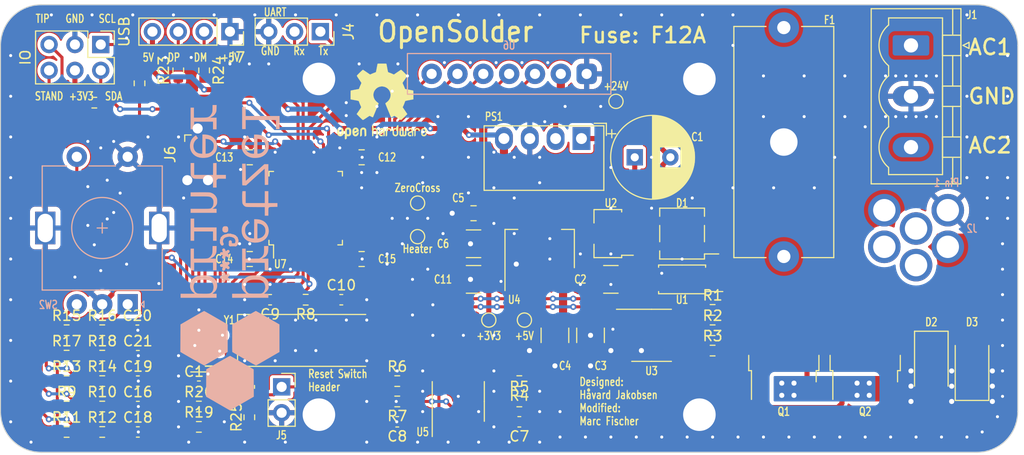
<source format=kicad_pcb>
(kicad_pcb (version 20221018) (generator pcbnew)
  (layers (0 "F.Cu" signal) (31 "B.Cu" signal) (34 "B.Paste" user) (35 "F.Paste" user) (36 "B.SilkS" user "B.Silkscreen") (37 "F.SilkS" user "F.Silkscreen") (38 "B.Mask" user) (39 "F.Mask" user) (44 "Edge.Cuts" user))
  (net 0 "")
  (net 1 "Net-(D1-+)")
  (net 2 "+3V3")
  (net 3 "GND")
  (net 4 "+5V")
  (net 5 "/MCU/HSE_IN")
  (net 6 "/MCU/ENC_SW")
  (net 7 "/MCU/ENC_A")
  (net 8 "/MCU/ENC_B")
  (net 9 "ZERO_CROSS")
  (net 10 "Net-(D1--)")
  (net 11 "Net-(C10-Pad1)")
  (net 12 "/MCU/SWCLK")
  (net 13 "/MCU/SWDIO")
  (net 14 "/MCU/SCL")
  (net 15 "/MCU/SDA")
  (net 16 "/MCU/TIP_REMOVER")
  (net 17 "/MCU/STAND")
  (net 18 "TIP_CLAMP")
  (net 19 "/AC/AC2")
  (net 20 "TIP_THERMOCOUPLE")
  (net 21 "/AC/AC1")
  (net 23 "/MCU/HSE_OUT")
  (net 24 "THERMOCOUPLE_ADC")
  (net 25 "HEATER")
  (net 26 "/MCU/SCK")
  (net 27 "/MCU/MOSI")
  (net 28 "/MCU/RES")
  (net 29 "/MCU/DC")
  (net 30 "/MCU/CS")
  (net 33 "/MCU/OS")
  (net 34 "/AC/MOS_Gate")
  (net 35 "/AC/MOS_Source")
  (net 36 "Net-(PS1-+Vin)")
  (net 37 "/MCU/TIP_REMOVER_CONN")
  (net 38 "/MCU/STAND_CONN")
  (net 39 "/MCU/UART_TX")
  (net 40 "Net-(Q1-D)")
  (net 41 "/MCU/UART_RX")
  (net 42 "Net-(R1-Pad2)")
  (net 43 "Net-(U5--)")
  (net 44 "Net-(R13-Pad2)")
  (net 45 "TIP_CHECK")
  (net 46 "Net-(R15-Pad2)")
  (net 49 "Net-(R17-Pad2)")
  (net 50 "/MCU/NRST")
  (net 54 "/MCU/I2C2_SCL")
  (net 55 "/MCU/I2C2_SDA")
  (net 57 "Net-(J7-Pin_2)")
  (net 58 "Net-(J7-Pin_3)")
  (net 59 "/MCU/USB_DP")
  (net 60 "/MCU/USB_DN")
  (footprint "Resistor_SMD:R_0603_1608Metric" (layer "F.Cu") (at 130 107 180)
    (fp_text reference "R8")
    (fp_text value "390")
  )
  (footprint "Capacitor_SMD:C_0603_1608Metric" (layer "F.Cu") (at 139 119 180)
    (fp_text reference "C8")
    (fp_text value "100n")
  )
  (footprint "Capacitor_SMD:C_0603_1608Metric" (layer "F.Cu") (at 113.5 112.5)
    (fp_text reference "C21")
    (fp_text value "10n")
  )
  (footprint "Resistor_SMD:R_0603_1608Metric" (layer "F.Cu") (at 124.46 118.555 -90)
    (fp_text reference "R25")
    (fp_text value "10k")
  )
  (footprint "Package_SO:SOP-4_4.4x2.6mm_P1.27mm" (layer "F.Cu") (at 167 105 180)
    (fp_text reference "U1")
    (fp_text value "VOS628A")
  )
  (footprint "Diode_SMD:D_SMA" (layer "F.Cu") (at 195.5 113.5 90)
    (fp_text reference "D3")
    (fp_text value "S1M")
  )
  (footprint "TestPoint:TestPoint_Pad_D1.0mm" (layer "F.Cu") (at 160.5 87.5)
    (fp_text reference "TP2" hide)
    (fp_text value "+24V")
  )
  (footprint "Resistor_SMD:R_0603_1608Metric" (layer "F.Cu") (at 120.015 84.455 -90)
    (fp_text reference "R24")
    (fp_text value "3R3")
  )
  (footprint "Package_SO:SOIC-8_3.9x4.9mm_P1.27mm" (layer "F.Cu") (at 145 117 90)
    (fp_text reference "U5")
    (fp_text value "MAX4238ASA")
  )
  (footprint "Connector_PinHeader_2.54mm:PinHeader_2x03_P2.54mm_Vertical" (layer "F.Cu") (at 109.855 81.915 -90)
    (fp_text reference "J3")
    (fp_text value "IO")
  )
  (footprint "Capacitor_SMD:C_0603_1608Metric" (layer "F.Cu") (at 113.45 110)
    (fp_text reference "C20")
    (fp_text value "10n")
  )
  (footprint "Capacitor_SMD:C_0603_1608Metric" (layer "F.Cu") (at 119.5 115.5)
    (fp_text reference "C17")
    (fp_text value "100n")
  )
  (footprint "Capacitor_SMD:C_0805_2012Metric" (layer "F.Cu") (at 135.5 93)
    (fp_text reference "C12")
    (fp_text value "100n")
  )
  (footprint "TestPoint:TestPoint_Pad_D1.0mm" (layer "F.Cu") (at 151.5 109)
    (fp_text reference "TP4" hide)
    (fp_text value "+5V")
  )
  (footprint "Resistor_SMD:R_0603_1608Metric" (layer "F.Cu") (at 109.22 87.63)
    (fp_text reference "R22")
    (fp_text value "3k3")
  )
  (footprint "Resistor_SMD:R_0603_1608Metric" (layer "F.Cu") (at 119.5 117.5)
    (fp_text reference "R20")
    (fp_text value "3k3")
  )
  (footprint "Connector_PinSocket_2.54mm:PinSocket_1x02_P2.54mm_Vertical" (layer "F.Cu") (at 127.635 115.57)
    (fp_text reference "J5")
    (fp_text value "Reset_Switch")
  )
  (footprint "Capacitor_SMD:C_0603_1608Metric" (layer "F.Cu") (at 113.5 120)
    (fp_text reference "C18")
    (fp_text value "100n")
  )
  (footprint "Capacitor_THT:CP_Radial_D8.0mm_P3.50mm" (layer "F.Cu") (at 162.347349 93)
    (fp_text reference "C1")
    (fp_text value "47u")
  )
  (footprint "Capacitor_SMD:C_0805_2012Metric" (layer "F.Cu") (at 124.5 93 180)
    (fp_text reference "C13")
    (fp_text value "100n")
  )
  (footprint "Package_SO:TSOP-6_1.65x3.05mm_P0.95mm" (layer "F.Cu") (at 119.5 112.5)
    (fp_text reference "U8")
    (fp_text value "PCT2075GV")
  )
  (footprint "Connector_PinSocket_2.54mm:PinSocket_1x03_P2.54mm_Vertical" (layer "F.Cu") (at 131.445 80.645 -90)
    (fp_text reference "J4")
    (fp_text value "UART")
  )
  (footprint "Resistor_SMD:R_0603_1608Metric" (layer "F.Cu") (at 117.475 84.455 90)
    (fp_text reference "R23")
    (fp_text value "3R3")
  )
  (footprint "Capacitor_SMD:C_0805_2012Metric" (layer "F.Cu") (at 146.5 98.5 180)
    (fp_text reference "C5")
    (fp_text value "100n")
  )
  (footprint "Resistor_SMD:R_0603_1608Metric" (layer "F.Cu") (at 170 108)
    (fp_text reference "R1")
    (fp_text value "10k")
  )
  (footprint "Resistor_SMD:R_0603_1608Metric" (layer "F.Cu") (at 110 115)
    (fp_text reference "R14")
    (fp_text value "100k")
  )
  (footprint "Resistor_SMD:R_0603_1608Metric" (layer "F.Cu") (at 151 115 180)
    (fp_text reference "R4")
    (fp_text value "10k")
  )
  (footprint "Capacitor_SMD:C_1210_3225Metric" (layer "F.Cu") (at 146.5 101.5 180)
    (fp_text reference "C6")
    (fp_text value "1u")
  )
  (footprint "Resistor_SMD:R_0603_1608Metric" (layer "F.Cu") (at 106.5 112.5)
    (fp_text reference "R17")
    (fp_text value "10k")
  )
  (footprint "0_Howie:PDSE1_DCDC" (layer "F.Cu") (at 157.1075 91.1575 -90)
    (fp_text reference "PS1")
    (fp_text value "PDSE1-S24-S5-S")
  )
  (footprint "Connector_PinSocket_2.54mm:PinSocket_1x04_P2.54mm_Vertical" (layer "F.Cu") (at 122.555 80.645 -90)
    (fp_text reference "J7")
    (fp_text value "USB")
  )
  (footprint "Resistor_SMD:R_0603_1608Metric" (layer "F.Cu") (at 151 117)
    (fp_text reference "R5")
    (fp_text value "10k")
  )
  (footprint "Resistor_SMD:R_0603_1608Metric" (layer "F.Cu") (at 139 117 180)
    (fp_text reference "R7")
    (fp_text value "100")
  )
  (footprint "Capacitor_SMD:C_0603_1608Metric" (layer "F.Cu") (at 133.5 107)
    (fp_text reference "C10")
    (fp_text value "20p")
  )
  (footprint "Package_SO:SOIC-8_3.9x4.9mm_P1.27mm" (layer "F.Cu") (at 164 110.5)
    (fp_text reference "U3")
    (fp_text value "Si8751")
  )
  (footprint "TestPoint:TestPoint_Pad_D1.0mm" (layer "F.Cu") (at 148 109)
    (fp_text reference "TP5" hide)
    (fp_text value "+3V3")
  )
  (footprint "Symbol:OSHW-Logo2_9.8x8mm_SilkScreen" (layer "F.Cu") (at 137.5 87.5)
    (fp_text reference "REF**" hide)
    (fp_text value "OSHW-Logo2_9.8x8mm_SilkScreen" hide)
  )
  (footprint "Capacitor_SMD:C_1210_3225Metric" (layer "F.Cu") (at 158 110.5 -90)
    (fp_text reference "C3")
    (fp_text value "1u")
  )
  (footprint "Capacitor_SMD:C_1210_3225Metric" (layer "F.Cu") (at 160 105 180)
    (fp_text reference "C2")
    (fp_text value "1u")
  )
  (footprint "Connector_Phoenix_MSTB:PhoenixContact_MSTBVA_2,5_3-G_1x03_P5.00mm_Vertical" (layer "F.Cu") (at 189.5 82 -90)
    (fp_text reference "J1")
    (fp_text value "AC_Input")
  )
  (footprint "Fuse:Fuseholder_Cylinder-5x20mm_Schurter_0031_8201_Horizontal_Open" (layer "F.Cu") (at 177 80.25 -90)
    (fp_text reference "F1")
    (fp_text value "Fast 12A")
  )
  (footprint "Capacitor_SMD:C_0603_1608Metric" (layer "F.Cu") (at 126.5 107 180)
    (fp_text reference "C9")
    (fp_text value "20p")
  )
  (footprint "Resistor_SMD:R_0603_1608Metric" (layer "F.Cu") (at 106.5 110)
    (fp_text reference "R15")
    (fp_text value "10k")
  )
  (footprint "TestPoint:TestPoint_Pad_D1.0mm" (layer "F.Cu") (at 141 100.8)
    (fp_text reference "TP3" hide)
    (fp_text value "Heater")
  )
  (footprint "Resistor_SMD:R_0603_1608Metric" (layer "F.Cu") (at 110 110)
    (fp_text reference "R16")
    (fp_text value "100k")
  )
  (footprint "Resistor_SMD:R_0603_1608Metric" (layer "F.Cu") (at 110 112.5)
    (fp_text reference "R18")
    (fp_text value "100k")
  )
  (footprint "Capacitor_SMD:C_1210_3225Metric" (layer "F.Cu") (at 146.5 105 180)
    (fp_text reference "C11")
    (fp_text value "1u")
  )
  (footprint "Connector:Tag-Connect_TC2030-IDC-NL_2x03_P1.27mm_Vertical" (layer "F.Cu") (at 119.38 92.71 -90)
    (fp_text reference "J6")
    (fp_text value "Conn_ARM_SWD_TagConnect_TC2030-NL")
  )
  (footprint "Capacitor_SMD:C_0603_1608Metric" (layer "F.Cu") (at 124.46 115.57 90)
    (fp_text reference "C22")
    (fp_text value "100n")
  )
  (footprint "Capacitor_SMD:C_0603_1608Metric" (layer "F.Cu") (at 151 119 180)
    (fp_text reference "C7")
    (fp_text value "10n")
  )
  (footprint "TestPoint:TestPoint_Pad_D1.0mm" (layer "F.Cu") (at 141 97.5)
    (fp_text reference "TP1" hide)
    (fp_text value "ZeroCross")
  )
  (footprint "Package_TO_SOT_SMD:SOT-89-3" (layer "F.Cu") (at 160 100.5 180)
    (fp_text reference "U2")
    (fp_text value "L78L24_SOT89")
  )
  (footprint "Capacitor_SMD:C_0805_2012Metric" (layer "F.Cu") (at 135.5 103)
    (fp_text reference "C15")
    (fp_text value "100n")
  )
  (footprint "Resistor_SMD:R_0603_1608Metric" (layer "F.Cu") (at 110 117.5)
    (fp_text reference "R10")
    (fp_text value "100k")
  )
  (footprint "Capacitor_SMD:C_0805_2012Metric" (layer "F.Cu") (at 124.5 103 180)
    (fp_text reference "C14")
    (fp_text value "100n")
  )
  (footprint "Resistor_SMD:R_0603_1608Metric" (layer "F.Cu") (at 170 112)
    (fp_text reference "R3")
    (fp_text value "10k")
  )
  (footprint "Package_TO_SOT_SMD:TO-269AA" (layer "F.Cu") (at 167 100.5 180)
    (fp_text reference "D1")
    (fp_text value "MB6S-TP")
  )
  (footprint "Package_QFP:LQFP-48_7x7mm_P0.5mm" (layer "F.Cu") (at 130 98 90)
    (fp_text reference "U7")
    (fp_text value "STM32F072CBTx")
  )
  (footprint "Package_TO_SOT_SMD:SOT-223" (layer "F.Cu") (at 153 102 90)
    (fp_text reference "U4")
    (fp_text value "AP2111H-3.3")
  )
  (footprint "Resistor_SMD:R_0603_1608Metric" (layer "F.Cu") (at 170 110)
    (fp_text reference "R2")
    (fp_text value "10k")
  )
  (footprint "Capacitor_SMD:C_0603_1608Metric" (layer "F.Cu") (at 113.5 115)
    (fp_text reference "C19")
    (fp_text value "100n")
  )
  (footprint "Resistor_SMD:R_0603_1608Metric" (layer "F.Cu") (at 139 115)
    (fp_text reference "R6")
    (fp_text value "22k")
  )
  (footprint "Resistor_SMD:R_0603_1608Metric" (layer "F.Cu") (at 119.5 119.5)
    (fp_text reference "R19")
    (fp_text value "3k3")
  )
  (footprint "Resistor_SMD:R_0603_1608Metric" (layer "F.Cu") (at 113.665 85.725 90)
    (fp_text reference "R21")
    (fp_text value "3k3")
  )
  (footprint "Crystal:Crystal_SMD_HC49-SD" (layer "F.Cu") (at 130 111)
    (fp_text reference "Y1")
    (fp_text value "Crystal_8MHz")
  )
  (footprint "Resistor_SMD:R_0603_1608Metric" (layer "F.Cu") (at 106.5 115)
    (fp_text reference "R13")
    (fp_text value "10k")
  )
  (footprint "Capacitor_SMD:C_1210_3225Metric" (layer "F.Cu") (at 154.5 110.5 -90)
    (fp_text reference "C4")
    (fp_text value "1u")
  )
  (footprint "Package_TO_SOT_SMD:TO-252-2" (layer "F.Cu") (at 185 111.5 90)
    (fp_text reference "Q2")
    (fp_text value "KIA50N06BD")
  )
  (footprint "Capacitor_SMD:C_0603_1608Metric" (layer "F.Cu") (at 113.5 117.5)
    (fp_text reference "C16")
    (fp_text value "100n")
  )
  (footprint "Diode_SMD:D_SMA" (layer "F.Cu") (at 191.5 113.5 -90)
    (fp_text reference "D2")
    (fp_text value "S1M")
  )
  (footprint "Resistor_SMD:R_0603_1608Metric" (layer "F.Cu") (at 106.5 117.5)
    (fp_text reference "R9")
    (fp_text value "10k")
  )
  (footprint "Resistor_SMD:R_0603_1608Metric" (layer "F.Cu") (at 110 120)
    (fp_text reference "R12")
    (fp_text value "100k")
  )
  (footprint "Resistor_SMD:R_0603_1608Metric" (layer "F.Cu") (at 106.5 120)
    (fp_text reference "R11")
    (fp_text value "10k")
  )
  (footprint "Package_TO_SOT_SMD:TO-252-2" (layer "F.Cu") (at 177 111.5 90)
    (fp_text reference "Q1")
    (fp_text value "KIA50N06BD")
  )
  (footprint "0_Howie:OLED_SSD1306_SPI_1.54" (layer "B.Cu") (at 150 100 180)
    (fp_text reference "U6")
    (fp_text value "OLED")
  )
  (footprint "0_Howie:Hirose_RPC1" (layer "B.Cu") (at 190 100 180)
    (fp_text reference "J2")
    (fp_text value "Hirose RPC1-12RB-6P(71)")
  )
  (footprint "Logo:logo-30x9.8mm" (layer "B.Cu") (at 122.555 102.87 90)
    (fp_text reference "G***")
    (fp_text value "LOGO" hide)
  )
  (footprint "0_Howie:RotaryEncoder_PEC11R_PEC12R" (layer "B.Cu") (at 112.5 107.45 90)
    (fp_text reference "SW2")
    (fp_text value "PEC11R-4220F-S0024")
  )
  (gr_arc locked (start 104 122) (mid 101.171573 120.828427) (end 100 118) (stroke (width 0.1)) (layer "Edge.Cuts"))
  (gr_line locked (start 100 118) (end 100 82) (stroke (width 0.1)) (layer "Edge.Cuts"))
  (gr_line locked (start 200 118) (end 200 82) (stroke (width 0.1)) (layer "Edge.Cuts"))
  (gr_arc locked (start 100 82) (mid 101.171573 79.171573) (end 104 78) (stroke (width 0.1)) (layer "Edge.Cuts"))
  (gr_arc locked (start 196 78) (mid 198.828427 79.171573) (end 200 82) (stroke (width 0.1)) (layer "Edge.Cuts"))
  (gr_arc locked (start 200 118) (mid 198.828427 120.828427) (end 196 122) (stroke (width 0.1)) (layer "Edge.Cuts"))
  (gr_line locked (start 196 122) (end 104 122) (stroke (width 0.1)) (layer "Edge.Cuts"))
  (gr_line locked (start 196 78) (end 104 78) (stroke (width 0.1)) (layer "Edge.Cuts"))
  (gr_text "5V   DP   DM   +5V" (at 118.745 83.185) (layer "F.SilkS") (effects (font (size 0.8 0.6) (thickness 0.125))))
  (gr_text "Reset Switch\nHeader" (at 130.175 114.935) (layer "F.SilkS") (effects (font (size 0.8 0.6) (thickness 0.125)) (justify left)))
  (gr_text "SDA" (at 111.125 86.995) (layer "F.SilkS") (effects (font (size 0.8 0.6) (thickness 0.125))))
  (gr_text "AC1\n\nGND\n\nAC2" (at 195 87) (layer "F.SilkS") (effects (font (size 1.5 1.5) (thickness 0.25)) (justify left)))
  (gr_text "+3V3" (at 107.95 86.995) (layer "F.SilkS") (effects (font (size 0.8 0.6) (thickness 0.125))))
  (gr_text "Designed:\nHåvard Jakobsen\nModified:\nMarc Fischer" (at 156.845 117) (layer "F.SilkS") (effects (font (size 0.8 0.6) (thickness 0.125)) (justify left)))
  (gr_text "GND" (at 107.315 79.375) (layer "F.SilkS") (effects (font (size 0.8 0.6) (thickness 0.125))))
  (gr_text "TIP" (at 104.14 79.375) (layer "F.SilkS") (effects (font (size 0.8 0.6) (thickness 0.125))))
  (gr_text "OpenSolder " (at 145.415 80.645) (layer "F.SilkS") (effects (font (size 2 1.8) (thickness 0.3))))
  (gr_text "Fuse: F12A" (at 169.5 81) (layer "F.SilkS") (effects (font (size 1.5 1.5) (thickness 0.25)) (justify right)))
  (gr_text "UART" (at 127 78.74) (layer "F.SilkS") (effects (font (size 0.8 0.6) (thickness 0.125))))
  (gr_text "STAND" (at 104.775 86.995) (layer "F.SilkS") (effects (font (size 0.8 0.6) (thickness 0.125))))
  (gr_text "SCL" (at 110.49 79.375) (layer "F.SilkS") (effects (font (size 0.8 0.6) (thickness 0.125))))
  (gr_text "GND   Rx   Tx" (at 128.905 82.55) (layer "F.SilkS") (effects (font (size 0.8 0.6) (thickness 0.125))))
  (segment (start 162.347349 97.052651) (end 161.65 97.75) (width 0.5) (layer "F.Cu") (net 1))
  (segment (start 163.925 99.23) (end 162.93 99.23) (width 0.5) (layer "F.Cu") (net 1))
  (segment (start 162.93 99.23) (end 162.7 99) (width 0.5) (layer "F.Cu") (net 1))
  (segment (start 161.65 97.75) (end 161.65 99) (width 0.5) (layer "F.Cu") (net 1))
  (segment (start 162.7 99) (end 161.65 99) (width 0.5) (layer "F.Cu") (net 1))
  (segment (start 162.347349 93) (end 162.347349 97.052651) (width 0.5) (layer "F.Cu") (net 1))
  (segment (start 139.95 119) (end 141.5 119) (width 0.3) (layer "F.Cu") (net 2))
  (segment (start 118.5875 119.5) (end 118.5875 119.7875) (width 0.3) (layer "F.Cu") (net 2))
  (segment (start 148 105.025) (end 147.975 105) (width 0.5) (layer "F.Cu") (net 2))
  (segment (start 134.7 101.6) (end 133.6 101.6) (width 0.5) (layer "F.Cu") (net 2))
  (segment (start 118.55 115.5) (end 118.55 117.4625) (width 0.3) (layer "F.Cu") (net 2))
  (segment (start 127.25 101.45) (end 126.9 101.1) (width 0.3) (layer "F.Cu") (net 2))
  (segment (start 147.45 90.05) (end 147.45 98.5) (width 0.8) (layer "F.Cu") (net 2))
  (segment (start 139.95 119) (end 139.95 119.85) (width 0.3) (layer "F.Cu") (net 2))
  (segment (start 127.25 93.8375) (end 127.25 94.45) (width 0.3) (layer "F.Cu") (net 2))
  (segment (start 127.25 94.45) (end 126.9 94.8) (width 0.3) (layer "F.Cu") (net 2))
  (segment (start 152 101.5) (end 149.8 101.5) (width 0.8) (layer "F.Cu") (net 2))
  (segment (start 160.105 108.595) (end 161.525 108.595) (width 0.5) (layer "F.Cu") (net 2))
  (segment (start 137.1 119.8) (end 137.1 106.9) (width 0.3) (layer "F.Cu") (net 2))
  (segment (start 127.4 95.3) (end 127.42452 95.32452) (width 0.3) (layer "F.Cu") (net 2))
  (segment (start 149.4 109) (end 150.9 110.5) (width 0.5) (layer "F.Cu") (net 2))
  (segment (start 141.975 119.475) (end 143.095 119.475) (width 0.3) (layer "F.Cu") (net 2))
  (segment (start 134.55 93) (end 134.55 93.55) (width 0.5) (layer "F.Cu") (net 2))
  (segment (start 148 109) (end 142.7 109) (width 0.5) (layer "F.Cu") (net 2))
  (segment (start 127.25 93.8375) (end 127.25 95.15) (width 0.3) (layer "F.Cu") (net 2))
  (segment (start 153 105.15) (end 153 102.5) (width 0.8) (layer "F.Cu") (net 2))
  (segment (start 144.365 115.135) (end 144.365 114.525) (width 0.3) (layer "F.Cu") (net 2))
  (segment (start 134.7 101.6) (end 134.55 101.75) (width 0.5) (layer "F.Cu") (net 2))
  (segment (start 117.475 89.535) (end 118.11 88.9) (width 0.5) (layer "F.Cu") (net 2))
  (segment (start 118.5875 119.5) (end 118.5875 117.5) (width 0.3) (layer "F.Cu") (net 2))
  (segment (start 118.745 90.805) (end 118.745 91.44) (width 0.5) (layer "F.Cu") (net 2))
  (segment (start 155.08 86.32) (end 152.4 89) (width 0.8) (layer "F.Cu") (net 2))
  (segment (start 123.810661 89.75) (end 125.45 91.389339) (width 0.5) (layer "F.Cu") (net 2))
  (segment (start 134.55 93.55) (end 133.2 94.9) (width 0.5) (layer "F.Cu") (net 2))
  (segment (start 132.7 95.4) (end 132.6 95.3) (width 0.3) (layer "F.Cu") (net 2))
  (segment (start 121.5 89.75) (end 123.810661 89.75) (width 0.5) (layer "F.Cu") (net 2))
  (segment (start 122.8 119.9) (end 123.32 119.38) (width 0.3) (layer "F.Cu") (net 2))
  (segment (start 142.7 109) (end 141.5 107.8) (width 0.5) (layer "F.Cu") (net 2))
  (segment (start 152.4 89) (end 148.5 89) (width 0.8) (layer "F.Cu") (net 2))
  (segment (start 105.5875 112.5) (end 105.5875 115) (width 0.3) (layer "F.Cu") (net 2))
  (segment (start 107.95 89.535) (end 113.665 89.535) (width 0.5) (layer "F.Cu") (net 2))
  (segment (start 157.375 109.025) (end 158 109.025) (width 0.5) (layer "F.Cu") (net 2))
  (segment (start 127.25 102.1625) (end 127.25 101.45) (width 0.3) (layer "F.Cu") (net 2))
  (segment (start 150.9 110.5) (end 155.9 110.5) (width 0.5) (layer "F.Cu") (net 2))
  (segment (start 127.25 102.1625) (end 127.25 100.75) (width 0.3) (layer "F.Cu") (net 2))
  (segment (start 135.9 105.7) (end 131.8 105.7) (width 0.3) (layer "F.Cu") (net 2))
  (segment (start 138.4 101.6) (end 134.7 101.6) (width 0.5) (layer "F.Cu") (net 2))
  (segment (start 119.8 121) (end 121.7 121) (width 0.3) (layer "F.Cu") (net 2))
  (segment (start 122.8 119.9) (end 122.8 105.3) (width 0.3) (layer "F.Cu") (net 2))
  (segment (start 118.34 113.45) (end 118.34 114.14) (width 0.3) (layer "F.Cu") (net 2))
  (segment (start 147.975 101.5) (end 147.975 100.475) (width 0.8) (layer "F.Cu") (net 2))
  (segment (start 126.55 100.75) (end 126.9 101.1) (width 0.3) (layer "F.Cu") (net 2))
  (segment (start 148 109) (end 149.4 109) (width 0.5) (layer "F.Cu") (net 2))
  (segment (start 148 109) (end 148 105.025) (width 0.5) (layer "F.Cu") (net 2))
  (segment (start 117.475 89.535) (end 118.745 90.805) (width 0.5) (layer "F.Cu") (net 2))
  (segment (start 118.55 114.35) (end 118.55 115.5) (width 0.3) (layer "F.Cu") (net 2))
  (segment (start 155.9 110.5) (end 157.375 109.025) (width 0.5) (layer "F.Cu") (net 2))
  (segment (start 147.975 101.5) (end 147.975 105) (width 0.8) (layer "F.Cu") (net 2))
  (segment (start 139.6 120.2) (end 137.5 120.2) (width 0.3) (layer "F.Cu") (net 2))
  (segment (start 143.095 119.475) (end 143.095 116.405) (width 0.3) (layer "F.Cu") (net 2))
  (segment (start 131.8 105.7) (end 131.25 105.15) (width 0.3) (layer "F.Cu") (net 2))
  (segment (start 134.55 101.75) (end 134.55 103) (width 0.5) (layer "F.Cu") (net 2))
  (segment (start 125.45 93.35) (end 126.9 94.8) (width 0.5) (layer "F.Cu") (net 2))
  (segment (start 137.1 106.9) (end 135.9 105.7) (width 0.3) (layer "F.Cu") (net 2))
  (segment (start 127.42452 100.57548) (end 127.4 100.6) (width 0.3) (layer "F.Cu") (net 2))
  (segment (start 133.55 95.25) (end 133.2 94.9) (width 0.3) (layer "F.Cu") (net 2))
  (segment (start 118.745 91.44) (end 118.745 90.883225) (width 0.3) (layer "F.Cu") (net 2))
  (segment (start 107.315 84.455) (end 107.315 87.63) (width 0.5) (layer "F.Cu") (net 2))
  (segment (start 107.315 87.63) (end 107.315 88.9) (width 0.5) (layer "F.Cu") (net 2))
  (segment (start 133.2 94.9) (end 132.7 95.4) (width 0.5) (layer "F.Cu") (net 2))
  (segment (start 118.5875 119.7875) (end 119.8 121) (width 0.3) (layer "F.Cu") (net 2))
  (segment (start 118.55 117.4625) (end 118.5875 117.5) (width 0.3) (layer "F.Cu") (net 2))
  (segment (start 122.8 105.3) (end 123.6 104.5) (width 0.3) (layer "F.Cu") (net 2))
  (segment (start 118.34 114.14) (end 118.55 114.35) (width 0.3) (layer "F.Cu") (net 2))
  (segment (start 141.5 107.8) (end 141.5 104.7) (width 0.5) (layer "F.Cu") (net 2))
  (segment (start 107.315 88.9) (end 107.95 89.535) (width 0.5) (layer "F.Cu") (net 2))
  (segment (start 120.65 88.9) (end 121.5 89.75) (width 0.5) (layer "F.Cu") (net 2))
  (segment (start 108.395 87.63) (end 107.315 87.63) (width 0.3) (layer "F.Cu") (net 2))
  (segment (start 143.095 116.405) (end 144.365 115.135) (width 0.3) (layer "F.Cu") (net 2))
  (segment (start 105.5875 115) (end 105.5875 117.5) (width 0.3) (layer "F.Cu") (net 2))
  (segment (start 125.45 102.55) (end 126.9 101.1) (width 0.5) (layer "F.Cu") (net 2))
  (segment (start 125.45 103) (end 125.45 102.55) (width 0.5) (layer "F.Cu") (net 2))
  (segment (start 125.45 93) (end 125.45 93.35) (width 0.5) (layer "F.Cu") (net 2))
  (segment (start 105.5875 120) (end 105.5875 120.19375) (width 0.3) (layer "F.Cu") (net 2))
  (segment (start 105.5875 120) (end 105.5875 117.5) (width 0.3) (layer "F.Cu") (net 2))
  (segment (start 141.5 104.7) (end 138.4 101.6) (width 0.5) (layer "F.Cu") (net 2))
  (segment (start 147.45 99.95) (end 147.45 98.5) (width 0.8) (layer "F.Cu") (net 2))
  (segment (start 125.45 104.05) (end 125.45 103) (width 0.3) (layer "F.Cu") (net 2))
  (segment (start 139.95 119.85) (end 139.6 120.2) (width 0.3) (layer "F.Cu") (net 2))
  (segment (start 137.5 120.2) (end 137.1 119.8) (width 0.3) (layer "F.Cu") (net 2))
  (segment (start 134.1625 95.25) (end 133.55 95.25) (width 0.3) (layer "F.Cu") (net 2))
  (segment (start 117 121.3) (end 118.5875 119.7125) (width 0.3) (layer "F.Cu") (net 2))
  (segment (start 125.8375 100.75) (end 126.55 100.75) (width 0.3) (layer "F.Cu") (net 2))
  (segment (start 155.08 84.8) (end 155.08 86.32) (width 0.8) (layer "F.Cu") (net 2))
  (segment (start 153 102.5) (end 152 101.5) (width 0.8) (layer "F.Cu") (net 2))
  (segment (start 141.5 119) (end 141.975 119.475) (width 0.3) (layer "F.Cu") (net 2))
  (segment (start 131.9 99.9) (end 133.6 101.6) (width 0.5) (layer "F.Cu") (net 2))
  (segment (start 121.7 121) (end 122.8 119.9) (width 0.3) (layer "F.Cu") (net 2))
  (segment (start 113.665 89.535) (end 117.475 89.535) (width 0.5) (layer "F.Cu") (net 2))
  (segment (start 134.1625 95.25) (end 132.85 95.25) (width 0.3) (layer "F.Cu") (net 2))
  (segment (start 126.9 94.8) (end 127.4 95.3) (width 0.5) (layer "F.Cu") (net 2))
  (segment (start 113.665 86.55) (end 113.665 89.535) (width 0.3) (layer "F.Cu") (net 2))
  (segment (start 105.5875 110) (end 105.5875 112.5) (width 0.3) (layer "F.Cu") (net 2))
  (segment (start 125.45 91.389339) (end 125.45 93) (width 0.5) (layer "F.Cu") (net 2))
  (segment (start 125.8375 100.75) (end 127.25 100.75) (width 0.3) (layer "F.Cu") (net 2))
  (segment (start 132.85 95.25) (end 132.7 95.4) (width 0.3) (layer "F.Cu") (net 2))
  (segment (start 148.5 89) (end 147.45 90.05) (width 0.8) (layer "F.Cu") (net 2))
  (segment (start 127.25 100.75) (end 127.4 100.6) (width 0.3) (layer "F.Cu") (net 2))
  (segment (start 131.25 102.1625) (end 131.25 100.35) (width 0.3) (layer "F.Cu") (net 2))
  (segment (start 147.975 100.475) (end 147.45 99.95) (width 0.8) (layer "F.Cu") (net 2))
  (segment (start 126.9 101.1) (end 127.4 100.6) (width 0.5) (layer "F.Cu") (net 2))
  (segment (start 118.11 88.9) (end 120.65 88.9) (width 0.5) (layer "F.Cu") (net 2))
  (segment (start 105.5875 120.19375) (end 106.69375 121.3) (width 0.3) (layer "F.Cu") (net 2))
  (segment (start 123.6 104.5) (end 125 104.5) (width 0.3) (layer "F.Cu") (net 2))
  (segment (start 106.69375 121.3) (end 117 121.3) (width 0.3) (layer "F.Cu") (net 2))
  (segment (start 123.32 119.38) (end 124.46 119.38) (width 0.3) (layer "F.Cu") (net 2))
  (segment (start 159.675 109.025) (end 160.105 108.595) (width 0.5) (layer "F.Cu") (net 2))
  (segment (start 149.8 101.5) (end 147.975 101.5) (width 0.8) (layer "F.Cu") (net 2))
  (segment (start 118.5875 119.7125) (end 118.5875 119.5) (width 0.3) (layer "F.Cu") (net 2))
  (segment (start 125 104.5) (end 125.45 104.05) (width 0.3) (layer "F.Cu") (net 2))
  (segment (start 127.25 95.15) (end 127.4 95.3) (width 0.3) (layer "F.Cu") (net 2))
  (segment (start 131.25 105.15) (end 131.25 102.1625) (width 0.3) (layer "F.Cu") (net 2))
  (segment (start 158 109.025) (end 159.675 109.025) (width 0.5) (layer "F.Cu") (net 2))
  (segment (start 135.25 95.75) (end 135.5 96) (width 0.3) (layer "F.Cu") (net 3))
  (segment (start 134.1625 95.75) (end 135.25 95.75) (width 0.3) (layer "F.Cu") (net 3))
  (segment (start 114.45 120) (end 113.5495 120) (width 0.3) (layer "F.Cu") (net 3))
  (segment (start 145.025 105) (end 146.2 105) (width 0.8) (layer "F.Cu") (net 3))
  (segment (start 118.34 111.55) (end 118.34 112.5) (width 0.3) (layer "F.Cu") (net 3))
  (segment (start 126.75 98.75) (end 126.92452 98.92452) (width 0.3) (layer "F.Cu") (net 3))
  (segment (start 131.25 92.94) (end 130.81 92.5) (width 0.3) (layer "F.Cu") (net 3))
  (segment (start 127.75 102.1625) (end 128.25 102.1625) (width 0.3) (layer "F.Cu") (net 3))
  (segment (start 114.45 115) (end 113.5495 115) (width 0.3) (layer "F.Cu") (net 3))
  (segment (start 133.07548 99.000841) (end 133.324639 99.25) (width 0.3) (layer "F.Cu") (net 3))
  (segment (start 130.75 93.8375) (end 131.25 93.8375) (width 0.3) (layer "F.Cu") (net 3))
  (segment (start 126.92452 98.92452) (end 126.92452 100.000841) (width 0.3) (layer "F.Cu") (net 3))
  (segment (start 134.1625 96.75) (end 134.1625 96.25) (width 0.3) (layer "F.Cu") (net 3))
  (segment (start 130.75 93.8375) (end 130.75 92.56) (width 0.3) (layer "F.Cu") (net 3))
  (segment (start 120.45 115.5) (end 120.45 114.35) (width 0.3) (layer "F.Cu") (net 3))
  (segment (start 145.55 98.5) (end 144.4 98.5) (width 0.8) (layer "F.Cu") (net 3))
  (segment (start 128.25 102.1625) (end 128.75 102.1625) (width 0.3) (layer "F.Cu") (net 3))
  (segment (start 130.52596 101.07548) (end 130.75 101.29952) (width 0.3) (layer "F.Cu") (net 3))
  (segment (start 127.4 92.5) (end 127.75 92.85) (width 0.3) (layer "F.Cu") (net 3))
  (segment (start 135.25 96.25) (end 134.1625 96.25) (width 0.3) (layer "F.Cu") (net 3))
  (segment (start 130.75 101.29952) (end 130.75 102.1625) (width 0.3) (layer "F.Cu") (net 3))
  (segment (start 128.999159 101.07548) (end 130.52596 101.07548) (width 0.3) (layer "F.Cu") (net 3))
  (segment (start 128.75 102.1625) (end 128.75 101.324639) (width 0.3) (layer "F.Cu") (net 3))
  (segment (start 134.1625 95.75) (end 134.1625 96.25) (width 0.3) (layer "F.Cu") (net 3))
  (segment (start 130.75 92.56) (end 130.81 92.5) (width 0.3) (layer "F.Cu") (net 3))
  (segment (start 123.55 93) (end 123.55 94.15) (width 0.3) (layer "F.Cu") (net 3))
  (segment (start 135.5 96.5) (end 135.5 96) (width 0.3) (layer "F.Cu") (net 3))
  (segment (start 127.75 92.85) (end 127.75 93.8375) (width 0.3) (layer "F.Cu") (net 3))
  (segment (start 119.1 111.5) (end 118.39 111.5) (width 0.3) (layer "F.Cu") (net 3))
  (segment (start 164.965 104.365) (end 163.8125 104.365) (width 0.3) (layer "F.Cu") (net 3))
  (segment (start 133.07548 96.999159) (end 133.07548 99.000841) (width 0.3) (layer "F.Cu") (net 3))
  (segment (start 114.4 110) (end 113.5 110) (width 0.3) (layer "F.Cu") (net 3))
  (segment (start 135.5495 93) (end 136.45 93) (width 0.3) (layer "F.Cu") (net 3))
  (segment (start 120.45 114.35) (end 120.4 114.3) (width 0.3) (layer "F.Cu") (net 3))
  (segment (start 123.55 103) (end 124.4505 103) (width 0.3) (layer "F.Cu") (net 3))
  (segment (start 150.7 105.15) (end 150.7 103.5) (width 0.8) (layer "F.Cu") (net 3))
  (segment (start 132.75 92.675) (end 133.35 92.075) (width 0.3) (layer "F.Cu") (net 3))
  (segment (start 145.025 101.5) (end 146.2 101.5) (width 0.8) (layer "F.Cu") (net 3))
  (segment (start 135.5 96) (end 135.25 96.25) (width 0.3) (layer "F.Cu") (net 3))
  (segment (start 114.45 112.5) (end 113.5495 112.5) (width 0.3) (layer "F.Cu") (net 3))
  (segment (start 138.9505 119) (end 138.05 119) (width 0.3) (layer "F.Cu") (net 3))
  (segment (start 128.75 101.324639) (end 128.999159 101.07548) (width 0.3) (layer "F.Cu") (net 3))
  (segment (start 123.55 94.15) (end 123.6 94.2) (width 0.3) (layer "F.Cu") (net 3))
  (segment (start 132.75 93.8375) (end 132.75 92.675) (width 0.3) (layer "F.Cu") (net 3))
  (segment (start 126.675361 100.25) (end 125.8375 100.25) (width 0.3) (layer "F.Cu") (net 3))
  (segment (start 134.1625 96.75) (end 135.25 96.75) (width 0.3) (layer "F.Cu") (net 3))
  (segment (start 124.75 100.25) (end 124.5 100.5) (width 0.3) (layer "F.Cu") (net 3))
  (segment (start 138.0875 117) (end 138.9005 117) (width 0.3) (layer "F.Cu") (net 3))
  (segment (start 126.92452 100.000841) (end 126.675361 100.25) (width 0.3) (layer "F.Cu") (net 3))
  (segment (start 118.34 112.5) (end 117.5 112.5) (width 0.3) (layer "F.Cu") (net 3))
  (segment (start 127 92.5) (end 127.4 92.5) (width 0.3) (layer "F.Cu") (net 3))
  (segment (start 165 104.4) (end 164.965 104.365) (width 0.3) (layer "F.Cu") (net 3))
  (segment (start 133.324639 96.75) (end 133.07548 96.999159) (width 0.3) (layer "F.Cu") (net 3))
  (segment (start 134.1625 96.75) (end 133.324639 96.75) (width 0.3) (layer "F.Cu") (net 3))
  (segment (start 135.25 96.75) (end 135.5 96.5) (width 0.3) (layer "F.Cu") (net 3))
  (segment (start 160.235 109.865) (end 161.525 109.865) (width 0.3) (layer "F.Cu") (net 3))
  (segment (start 133.324639 99.25) (end 134.1625 99.25) (width 0.3) (layer "F.Cu") (net 3))
  (segment (start 118.39 111.5) (end 118.34 111.55) (width 0.3) (layer "F.Cu") (net 3))
  (segment (start 160.2 109.9) (end 160.235 109.865) (width 0.3) (layer "F.Cu") (net 3))
  (segment (start 136.45 103) (end 135.5495 103) (width 0.3) (layer "F.Cu") (net 3))
  (segment (start 114.45 117.5) (end 113.5495 117.5) (width 0.3) (layer "F.Cu") (net 3))
  (segment (start 125.8375 100.25) (end 124.75 100.25) (width 0.3) (layer "F.Cu") (net 3))
  (segment (start 131.25 93.8375) (end 131.25 92.94) (width 0.3) (layer "F.Cu") (net 3))
  (segment (start 125.8375 98.75) (end 126.75 98.75) (width 0.3) (layer "F.Cu") (net 3))
  (via (at 145.5 110.5) (size 0.6) (drill 0.3) (layers "F.Cu" "B.Cu") (net 3))
  (via (at 145 79) (size 0.6) (drill 0.3) (layers "F.Cu" "B.Cu") (net 3))
  (via (at 124 121) (size 0.6) (drill 0.3) (layers "F.Cu" "B.Cu") (net 3))
  (via (at 117.5 114.5) (size 0.6) (drill 0.3) (layers "F.Cu" "B.Cu") (net 3))
  (via (at 150.7 103.5) (size 1) (drill 0.5) (layers "F.Cu" "B.Cu") (net 3))
  (via (at 138.5 86.5) (size 0.6) (drill 0.3) (layers "F.Cu" "B.Cu") (net 3))
  (via (at 138 103.5) (size 0.6) (drill 0.3) (layers "F.Cu" "B.Cu") (net 3))
  (via (at 146 93) (size 0.6) (drill 0.3) (layers "F.Cu" "B.Cu") (net 3))
  (via (at 137 91) (size 0.6) (drill 0.3) (layers "F.Cu" "B.Cu") (net 3))
  (via (at 148.5 96) (size 0.6) (drill 0.3) (layers "F.Cu" "B.Cu") (net 3))
  (via (at 123.6 94.2) (size 0.6) (drill 0.3) (layers "F.Cu" "B.Cu") (net 3))
  (via (at 135.5495 103) (size 0.6) (drill 0.3) (layers "F.Cu" "B.Cu") (net 3))
  (via (at 195 95) (size 0.6) (drill 0.3) (layers "F.Cu" "B.Cu") (net 3))
  (via (at 150.5 97) (size 0.6) (drill 0.3) (layers "F.Cu" "B.Cu") (net 3))
  (via (at 126.365 83.82) (size 0.6) (drill 0.3) (layers "F.Cu" "B.Cu") (net 3))
  (via (at 152 112) (size 1) (drill 0.5) (layers "F.Cu" "B.Cu") (net 3))
  (via (at 175 89) (size 0.6) (drill 0.3) (layers "F.Cu" "B.Cu") (net 3))
  (via (at 164 93) (size 0.6) (drill 0.3) (layers "F.Cu" "B.Cu") (net 3))
  (via (at 198.5 106.5) (size 0.6) (drill 0.3) (layers "F.Cu" "B.Cu") (net 3))
  (via (at 108.585 99.695) (size 0.6) (drill 0.3) (layers "F.Cu" "B.Cu") (net 3))
  (via (at 193.5 117) (size 1) (drill 0.5) (layers "F.Cu" "B.Cu") (net 3))
  (via (at 123.5 101.5) (size 0.6) (drill 0.3) (layers "F.Cu" "B.Cu") (net 3))
  (via (at 141.5 114) (size 0.6) (drill 0.3) (layers "F.Cu" "B.Cu") (net 3))
  (via (at 113.5495 120) (size 0.6) (drill 0.3) (layers "F.Cu" "B.Cu") (net 3))
  (via (at 140.5 105) (size 0.6) (drill 0.3) (layers "F.Cu" "B.Cu") (net 3))
  (via (at 142.5 107.5) (size 0.6) (drill 0.3) (layers "F.Cu" "B.Cu") (net 3))
  (via (at 113.5495 112.5) (size 0.6) (drill 0.3) (layers "F.Cu" "B.Cu") (net 3))
  (via (at 124 108.5) (size 0.6) (drill 0.3) (layers "F.Cu" "B.Cu") (net 3))
  (via (at 179 85) (size 0.6) (drill 0.3) (layers "F.Cu" "B.Cu") (net 3))
  (via (at 111.125 98.425) (size 0.6) (drill 0.3) (layers "F.Cu" "B.Cu") (net 3))
  (via (at 199 95) (size 0.6) (drill 0.3) (layers "F.Cu" "B.Cu") (net 3))
  (via (at 112.395 81.28) (size 0.6) (drill 0.3) (layers "F.Cu" "B.Cu") (net 3))
  (via (at 143 89) (size 0.6) (drill 0.3) (layers "F.Cu" "B.Cu") (net 3))
  (via (at 163 112) (size 1) (drill 0.5) (layers "F.Cu" "B.Cu") (net 3))
  (via (at 135.5 96) (size 0.6) (drill 0.3) (layers "F.Cu" "B.Cu") (net 3))
  (via (at 137 79) (size 0.6) (drill 0.3) (layers "F.Cu" "B.Cu") (net 3))
  (via (at 155.5 88) (size 0.6) (drill 0.3) (layers "F.Cu" "B.Cu") (net 3))
  (via (at 141.5 90.5) (size 0.6) (drill 0.3) (layers "F.Cu" "B.Cu") (net 3))
  (via (at 141.5 118) (size 0.6) (drill 0.3) (layers "F.Cu" "B.Cu") (net 3))
  (via (at 109 79) (size 0.6) (drill 0.3) (layers "F.Cu" "B.Cu") (net 3))
  (via (at 141.5 93) (size 0.6) (drill 0.3) (layers "F.Cu" "B.Cu") (net 3))
  (via (at 189 89) (size 0.6) (drill 0.3) (layers "F.Cu" "B.Cu") (net 3))
  (via (at 168 97) (size 0.6) (drill 0.3) (layers "F.Cu" "B.Cu") (net 3))
  (via (at 105 79) (size 0.6) (drill 0.3) (layers "F.Cu" "B.Cu") (net 3))
  (via (at 109.22 101.6) (size 0.6) (drill 0.3) (layers "F.Cu" "B.Cu") (net 3))
  (via (at 142.5 110.5) (size 0.6) (drill 0.3) (layers "F.Cu" "B.Cu") (net 3))
  (via (at 198 118.5) (size 0.6) (drill 0.3) (layers "F.Cu" "B.Cu") (net 3))
  (via (at 135.5 94.5) (size 0.6) (drill 0.3) (layers "F.Cu" "B.Cu") (net 3))
  (via (at 191 85) (size 0.6) (drill 0.3) (layers "F.Cu" "B.Cu") (net 3))
  (via (at 135.255 83.82) (size 0.6) (drill 0.3) (layers "F.Cu" "B.Cu") (net 3))
  (via (at 124 105.5) (size 0.6) (drill 0.3) (layers "F.Cu" "B.Cu") (net 3))
  (via (at 197.5 117) (size 1) (drill 0.5) (layers "F.Cu" "B.Cu") (net 3))
  (via (at 155 118) (size 0.6) (drill 0.3) (layers "F.Cu" "B.Cu") (net 3))
  (via (at 114.5 91) (size 0.6) (drill 0.3) (layers "F.Cu" "B.Cu") (net 3))
  (via (at 195 87) (size 0.6) (drill 0.3) (layers "F.Cu" "B.Cu") (net 3))
  (via (at 198.5 116.5) (size 0.6) (drill 0.3) (layers "F.Cu" "B.Cu") (net 3))
  (via (at 111.76 96.52) (size 0.6) (drill 0.3) (layers "F.Cu" "B.Cu") (net 3))
  (via (at 101 87) (size 0.6) (drill 0.3) (layers "F.Cu" "B.Cu") (net 3))
  (via (at 148.5 110.5) (size 0.6) (drill 0.3) (layers "F.Cu" "B.Cu") (net 3))
  (via (at 119.1 111.5) (size 0.6) (drill 0.3) (layers "F.Cu" "B.Cu") (net 3))
  (via (at 124.46 83.82) (size 0.6) (drill 0.3) (layers "F.Cu" "B.Cu") (net 3))
  (via (at 134 109) (size 0.6) (drill 0.3) (layers "F.Cu" "B.Cu") (net 3))
  (via (at 148.5 114) (size 0.6) (drill 0.3) (layers "F.Cu" "B.Cu") (net 3))
  (via (at 118.5 121) (size 0.6) (drill 0.3) (layers "F.Cu" "B.Cu") (net 3))
  (via (at 192 89) (size 0.6) (drill 0.3) (layers "F.Cu" "B.Cu") (net 3))
  (via (at 101 99) (size 0.6) (drill 0.3) (layers "F.Cu" "B.Cu") (net 3))
  (via (at 148.5 92.5) (size 0.6) (drill 0.3) (layers "F.Cu" "B.Cu") (net 3))
  (via (at 175 85) (size 0.6) (drill 0.3) (layers "F.Cu" "B.Cu") (net 3))
  (via (at 195 91) (size 0.6) (drill 0.3) (layers "F.Cu" "B.Cu") (net 3))
  (via (at 147 118) (size 0.6) (drill 0.3) (layers "F.Cu" "B.Cu") (net 3))
  (via (at 129 109) (size 0.6) (drill 0.3) (layers "F.Cu" "B.Cu") (net 3))
  (via (at 136 107) (size 0.6) (drill 0.3) (layers "F.Cu" "B.Cu") (net 3))
  (via (at 198.5 101.5) (size 0.6) (drill 0.3) (layers "F.Cu" "B.Cu") (net 3))
  (via (at 153.797 83.693) (size 0.6) (drill 0.3) (layers "F.Cu" "B.Cu") (net 3))
  (via (at 185 120.5) (size 0.6) (drill 0.3) (layers "F.Cu" "B.Cu") (net 3))
  (via (at 141 121) (size 0.6) (drill 0.3) (layers "F.Cu" "B.Cu") (net 3))
  (via (at 198.5 111.5) (size 0.6) (drill 0.3) (layers "F.Cu" "B.Cu") (net 3))
  (via (at 101 107) (size 0.6) (drill 0.3) (layers "F.Cu" "B.Cu") (net 3))
  (via (at 146.177 83.693) (size 0.6) (drill 0.3) (layers "F.Cu" "B.Cu") (net 3))
  (via (at 148.717 83.693) (size 0.6) (drill 0.3) (layers "F.Cu" "B.Cu") (net 3))
  (via (at 101 111) (size 0.6) (drill 0.3) (layers "F.Cu" "B.Cu") (net 3))
  (via (at 192 85) (size 0.6) (drill 0.3) (layers "F.Cu" "B.Cu") (net 3))
  (via (at 199 91) (size 0.6) (drill 0.3) (layers "F.Cu" "B.Cu") (net 3))
  (via (at 183 85) (size 0.6) (drill 0.3) (layers "F.Cu" "B.Cu") (net 3))
  (via (at 199 99) (size 0.6) (drill 0.3) (layers "F.Cu" "B.Cu") (net 3))
  (via (at 159 88) (size 0.6) (drill 0.3) (layers "F.Cu" "B.Cu") (net 3))
  (via (at 113.5495 117.5) (size 0.6) (drill 0.3) (layers "F.Cu" "B.Cu") (net 3))
  (via (at 190 89) (size 0.6) (drill 0.3) (layers "F.Cu" "B.Cu") (net 3))
  (via (at 150.5 93) (size 0.6) (drill 0.3) (layers "F.Cu" "B.Cu") (net 3))
  (via (at 197 99) (size 0.6) (drill 0.3) (layers "F.Cu" "B.Cu") (net 3))
  (via (at 160 94) (size 0.6) (drill 0.3) (layers "F.Cu" "B.Cu") (net 3))
  (via (at 197 97) (size 0.6) (drill 0.3) (layers "F.Cu" "B.Cu") (net 3))
  (via (at 190 85) (size 0.6) (drill 0.3) (layers "F.Cu" "B.Cu") (net 3))
  (via (at 189 85) (size 0.6) (drill 0.3) (layers "F.Cu" "B.Cu") (net 3))
  (via (at 160.2 109.9) (size 0.6) (drill 0.3) (layers "F.Cu" "B.Cu") (net 3))
  (via (at 122 119) (size 0.6) (drill 0.3) (layers "F.Cu" "B.Cu") (net 3))
  (via (at 111.125 91.44) (size 0.6) (drill 0.3) (layers "F.Cu" "B.Cu") (net 3))
  (via (at 164 98) (size 0.6) (drill 0.3) (layers "F.Cu" "B.Cu") (net 3))
  (via (at 109.855 104.14) (size 0.6) (drill 0.3) (layers "F.Cu" "B.Cu") (net 3))
  (via (at 154.5 113.5) (size 1) (drill 0.5) (layers "F.Cu" "B.Cu") (net 3))
  (via (at 180 96) (size 0.6) (drill 0.3) (layers "F.Cu" "B.Cu") (net 3))
  (via (at 117.5 117) (size 0.6) (drill 0.3) (layers "F.Cu" "B.Cu") (net 3))
  (via (at 172 82) (size 0.6) (drill 0.3) (layers "F.Cu" "B.Cu") (net 3))
  (via (at 153 95.5) (size 0.6) (drill 0.3) (layers "F.Cu" "B.Cu") (net 3))
  (via (at 158 113.5) (size 1) (drill 0.5) (layers "F.Cu" "B.Cu") (net 3))
  (via (at 196.5 120) (size 0.6) (drill 0.3) (layers "F.Cu" "B.Cu") (net 3))
  (via (at 189.5 117) (size 1) (drill 0.5) (layers "F.Cu" "B.Cu") (net 3))
  (via (at 138.5 99) (size 0.6) (drill 0.3) (layers "F.Cu" "B.Cu") (net 3))
  (via (at 153 79) (size 0.6) (drill 0.3) (layers "F.Cu" "B.Cu") (net 3))
  (via (at 149.2 105.2) (size 0.6) (drill 0.3) (layers "F.Cu" "B.Cu") (net 3))
  (via (at 133.985 87.63) (size 0.6) (drill 0.3) (layers "F.Cu" "B.Cu") (net 3))
  (via (at 119.5 110) (size 0.6) (drill 0.3) (layers "F.Cu" "B.Cu") (net 3))
  (via (at 138 102.5) (size 0.6) (drill 0.3) (layers "F.Cu" "B.Cu") (net 3))
  (via (at 133 79) (size 0.6) (drill 0.3) (layers "F.Cu" "B.Cu") (net 3))
  (via (at 133.985 88.9) (size 0.6) (drill 0.3) (layers "F.Cu" "B.Cu") (net 3))
  (via (at 157 79) (size 0.6) (drill 0.3) (layers "F.Cu" "B.Cu") (net 3))
  (via (at 140 99) (size 0.6) (drill 0.3) (layers "F.Cu" "B.Cu") (net 3))
  (via (at 130.81 92.5) (size 0.6) (drill 0.3) (layers "F.Cu" "B.Cu") (net 3))
  (via (at 117.5 112.5) (size 0.6) (drill 0.3) (layers "F.Cu" "B.Cu") (net 3))
  (via (at 142 104) (size 0.6) (drill 0.3) (layers "F.Cu" "B.Cu") (net 3))
  (via (at 113.5 110) (size 0.6) (drill 0.3) (layers "F.Cu" "B.Cu") (net 3))
  (via (at 145 116.5) (size 0.6) (drill 0.3) (layers "F.Cu" "B.Cu") (net 3))
  (via (at 150.5 100.5) (size 0.6) (drill 0.3) (layers "F.Cu" "B.Cu") (net 3))
  (via (at 131 112) (size 0.6) (drill 0.3) (layers "F.Cu" "B.Cu") (net 3))
  (via (at 160 112) (size 1) (drill 0.5) (layers "F.Cu" "B.Cu") (net 3))
  (via (at 147 121) (size 0.6) (drill 0.3) (layers "F.Cu" "B.Cu") (net 3))
  (via (at 146 96.5) (size 0.6) (drill 0.3) (layers "F.Cu" "B.Cu") (net 3))
  (via (at 148.5 116) (size 0.6) (drill 0.3) (layers "F.Cu" "B.Cu") (net 3))
  (via (at 101 103) (size 0.6) (drill 0.3) (layers "F.Cu" "B.Cu") (net 3))
  (via (at 118 97) (size 0.6) (drill 0.3) (layers "F.Cu" "B.Cu") (net 3))
  (via (at 161 79) (size 0.6) (drill 0.3) (layers "F.Cu" "B.Cu") (net 3))
  (via (at 124 113) (size 0.6) (drill 0.3) (layers "F.Cu" "B.Cu") (net 3))
  (via (at 191 89) (size 0.6) (drill 0.3) (layers "F.Cu" "B.Cu") (net 3))
  (via (at 101 95) (size 0.6) (drill 0.3) (layers "F.Cu" "B.Cu") (net 3))
  (via (at 165 120.5) (size 0.6) (drill 0.3) (layers "F.Cu" "B.Cu") (net 3))
  (via (at 146.2 101.5) (size 1) (drill 0.5) (layers "F.Cu" "B.Cu") (net 3))
  (via (at 124 107) (size 0.6) (drill 0.3) (layers "F.Cu" "B.Cu") (net 3))
  (via (at 110.49 95.25) (size 0.6) (drill 0.3) (layers "F.Cu" "B.Cu") (net 3))
  (via (at 108.585 95.885) (size 0.6) (drill 0.3) (layers "F.Cu" "B.Cu") (net 3))
  (via (at 172 79) (size 0.6) (drill 0.3) (layers "F.Cu" "B.Cu") (net 3))
  (via (at 199 97) (size 0.6) (drill 0.3) (layers "F.Cu" "B.Cu") (net 3))
  (via (at 128.5 104) (size 0.6) (drill 0.3) (layers "F.Cu" "B.Cu") (net 3))
  (via (at 199 87) (size 0.6) (drill 0.3) (layers "F.Cu" "B.Cu") (net 3))
  (via (at 198.5 114) (size 0.6) (drill 0.3) (layers "F.Cu" "B.Cu") (net 3))
  (via (at 187.5 120.5) (size 0.6) (drill 0.3) (layers "F.Cu" "B.Cu") (net 3))
  (via (at 131 109) (size 0.6) (drill 0.3) (layers "F.Cu" "B.Cu") (net 3))
  (via (at 169 79) (size 0.6) (drill 0.3) (layers "F.Cu" "B.Cu") (net 3))
  (via (at 158 110.5) (size 1) (drill 0.5) (layers "F.Cu" "B.Cu") (net 3))
  (via (at 198.5 104) (size 0.6) (drill 0.3) (layers "F.Cu" "B.Cu") (net 3))
  (via (at 170 120.5) (size 0.6) (drill 0.3) (layers "F.Cu" "B.Cu") (net 3))
  (via (at 187 89) (size 0.6) (drill 0.3) (layers "F.Cu" "B.Cu") (net 3))
  (via (at 101 91) (size 0.6) (drill 0.3) (layers "F.Cu" "B.Cu") (net 3))
  (via (at 183 89) (size 0.6) (drill 0.3) (layers "F.Cu" "B.Cu") (net 3))
  (via (at 165 104.4) (size 0.6) (drill 0.3) (layers "F.Cu" "B.Cu") (net 3))
  (via (at 133.35 92.075) (size 0.6) (drill 0.3) (layers "F.Cu" "B.Cu") (net 3))
  (via (at 139.065 83.82) (size 0.6) (drill 0.3) (layers "F.Cu" "B.Cu") (net 3))
  (via (at 146 89) (size 0.6) (drill 0.3) (layers "F.Cu" "B.Cu") (net 3))
  (via (at 128 121) (size 0.6) (drill 0.3) (layers "F.Cu" "B.Cu") (net 3))
  (via (at 160 105.5) (size 0.6) (drill 0.3) (layers "F.Cu" "B.Cu") (net 3))
  (via (at 127 92.5) (size 0.6) (drill 0.3) (layers "F.Cu" "B.Cu") (net 3))
  (via (at 144.4 98.5) (size 1) (drill 0.5) (layers "F.Cu" "B.Cu") (net 3))
  (via (at 142 99) (size 0.6) (drill 0.3) (layers "F.Cu" "B.Cu") (net 3))
  (via (at 172.5 120.5) (size 0.6) (drill 0.3) (layers "F.Cu" "B.Cu") (net 3))
  (via (at 101 115) (size 0.6) (drill 0.3) (layers "F.Cu" "B.Cu") (net 3))
  (via (at 199 83) (size 0.6) (drill 0.3) (layers "F.Cu" "B.Cu") (net 3))
  (via (at 189.5 115.5) (size 1) (drill 0.5) (layers "F.Cu" "B.Cu") (net 3))
  (via (at 154 103) (size 0.6) (drill 0.3) (layers "F.Cu" "B.Cu") (net 3))
  (via (at 197.5 115.5) (size 1) (drill 0.5) (layers "F.Cu" "B.Cu") (net 3))
  (via (at 116.205 83.185) (size 0.6) (drill 0.3) (layers "F.Cu" "B.Cu") (net 3))
  (via (at 144 121) (size 0.6) (drill 0.3) (layers "F.Cu" "B.Cu") (net 3))
  (via (at 118.745 83.185) (size 0.6) (drill 0.3) (layers "F.Cu" "B.Cu") (net 3))
  (via (at 108.585 91.44) (size 0.6) (drill 0.3) (layers "F.Cu" "B.Cu") (net 3))
  (via (at 136 109) (size 0.6) (drill 0.3) (layers "F.Cu" "B.Cu") (net 3))
  (via (at 157.5 120.5) (size 0.6) (drill 0.3) (layers "F.Cu" "B.Cu") (net 3))
  (via (at 115.57 105.41) (size 0.6) (drill 0.3) (layers "F.Cu" "B.Cu") (net 3))
  (via (at 126.5 104) (size 0.6) (drill 0.3) (layers "F.Cu" "B.Cu") (net 3))
  (via (at 137 88) (size 0.6) (drill 0.3) (layers "F.Cu" "B.Cu") (net 3))
  (via (at 113.5495 115) (size 0.6) (drill 0.3) (layers "F.Cu" "B.Cu") (net 3))
  (via (at 195 120.5) (size 0.6) (drill 0.3) (layers "F.Cu" "B.Cu") (net 3))
  (via (at 103 121) (size 0.6) (drill 0.3) (layers "F.Cu" "B.Cu") (net 3))
  (via (at 189.5 114) (size 1) (drill 0.5) (layers "F.Cu" "B.Cu") (net 3))
  (via (at 124 91) (size 0.6) (drill 0.3) (layers "F.Cu" "B.Cu") (net 3))
  (via (at 109.855 92.075) (size 0.6) (drill 0.3) (layers "F.Cu" "B.Cu") (net 3))
  (via (at 177.5 120.5) (size 0.6) (drill 0.3) (layers "F.Cu" "B.Cu") (net 3))
  (via (at 139.5 101.5) (size 0.6) (drill 0.3) (layers "F.Cu" "B.Cu") (net 3))
  (via (at 143.5 100.5) (size 0.6) (drill 0.3) (layers "F.Cu" "B.Cu") (net 3))
  (via (at 198.5 109) (size 0.6) (drill 0.3) (layers "F.Cu" "B.Cu") (net 3))
  (via (at 182 93) (size 0.6) (drill 0.3) (layers "F.Cu" "B.Cu") (net 3))
  (via (at 167 103) (size 0.6) (drill 0.3) (layers "F.Cu" "B.Cu") (net 3))
  (via (at 107.315 104.775) (size 0.6) (drill 0.3) (layers "F.Cu" "B.Cu") (net 3))
  (via (at 154 101) (size 0.6) (drill 0.3) (layers "F.Cu" "B.Cu") (net 3))
  (via (at 157 102.5) (size 0.6) (drill 0.3) (layers "F.Cu" "B.Cu") (net 3))
  (via (at 139 114) (size 0.6) (drill 0.3) (layers "F.Cu" "B.Cu") (net 3))
  (via (at 125 79) (size 0.6) (drill 0.3) (layers "F.Cu" "B.Cu") (net 3))
  (via (at 122.555 83.82) (size 0.6) (drill 0.3) (layers "F.Cu" "B.Cu") (net 3))
  (via (at 157 105.5) (size 0.6) (drill 0.3) (layers "F.Cu" "B.Cu") (net 3))
  (via (at 182.5 120.5) (size 0.6) (drill 0.3) (layers "F.Cu" "B.Cu") (net 3))
  (via (at 136 121) (size 0.6) (drill 0.3) (layers "F.Cu" "B.Cu") (net 3))
  (via (at 179 89) (size 0.6) (drill 0.3) (layers "F.Cu" "B.Cu") (net 3))
  (via (at 117.5 91) (size 0.6) (drill 0.3) (layers "F.Cu" "B.Cu") (net 3))
  (via (at 176 96) (size 0.6) (drill 0.3) (layers "F.Cu" "B.Cu") (net 3))
  (via (at 124.4505 103) (size 0.6) (drill 0.3) (layers "F.Cu" "B.Cu") (net 3))
  (via (at 151.257 83.693) (size 0.6) (drill 0.3) (layers "F.Cu" "B.Cu") (net 3))
  (via (at 193.5 114) (size 1) (drill 0.5) (layers "F.Cu" "B.Cu") (net 3))
  (via (at 162.5 120.5) (size 0.6) (drill 0.3) (layers "F.Cu" "B.Cu") (net 3))
  (via (at 140 85) (size 0.6) (drill 0.3) (layers "F.Cu" "B.Cu") (net 3))
  (via (at 195 83) (size 0.6) (drill 0.3) (layers "F.Cu" "B.Cu") (net 3))
  (via (at 126.5 105.5) (size 0.6) (drill 0.3) (layers "F.Cu" "B.Cu") (net 3))
  (via (at 113 79) (size 0.6) (drill 0.3) (layers "F.Cu" "B.Cu") (net 3))
  (via (at 110.49 99.06) (size 0.6) (drill 0.3) (layers "F.Cu" "B.Cu") (net 3))
  (via (at 175 120.5) (size 0.6) (drill 0.3) (layers "F.Cu" "B.Cu") (net 3))
  (via (at 149 79) (size 0.6) (drill 0.3) (layers "F.Cu" "B.Cu") (net 3))
  (via (at 101 83) (size 0.6) (drill 0.3) (layers "F.Cu" "B.Cu") (net 3))
  (via (at 188 85) (size 0.6) (drill 0.3) (layers "F.Cu" "B.Cu") (net 3))
  (via (at 153 121) (size 0.6) (drill 0.3) (layers "F.Cu" "B.Cu") (net 3))
  (via (at 153.5 89.5) (size 0.6) (drill 0.3) (layers "F.Cu" "B.Cu") (net 3))
  (via (at 190 120.5) (size 0.6) (drill 0.3) (layers "F.Cu" "B.Cu") (net 3))
  (via (at 140.5 108.5) (size 0.6) (drill 0.3) (layers "F.Cu" "B.Cu") (net 3))
  (via (at 148.5 119.5) (size 0.6) (drill 0.3) (layers "F.Cu" "B.Cu") (net 3))
  (via (at 187 85) (size 0.6) (drill 0.3) (layers "F.Cu" "B.Cu") (net 3))
  (via (at 165 79) (size 0.6) (drill 0.3) (layers "F.Cu" "B.Cu") (net 3))
  (via (at 138.9505 119) (size 0.6) (drill 0.3) (layers "F.Cu" "B.Cu") (net 3))
  (via (at 129 112) (size 0.6) (drill 0.3) (layers "F.Cu" "B.Cu") (net 3))
  (via (at 172 96) (size 0.6) (drill 0.3) (layers "F.Cu" "B.Cu") (net 3))
  (via (at 141.5 116) (size 0.6) (drill 0.3) (layers "F.Cu" "B.Cu") (net 3))
  (via (at 197 95) (size 0.6) (drill 0.3) (layers "F.Cu" "B.Cu") (net 3))
  (via (at 193.5 115.5) (size 1) (drill 0.5) (layers "F.Cu" "B.Cu") (net 3))
  (via (at 153 116) (size 0.6) (drill 0.3) (layers "F.Cu" "B.Cu") (net 3))
  (via (at 124.5 101.5) (size 0.6) (drill 0.3) (layers "F.Cu" "B.Cu") (net 3))
  (via (at 160 102.5) (size 0.6) (drill 0.3) (layers "F.Cu" "B.Cu") (net 3))
  (via (at 167.5 120.5) (size 0.6) (drill 0.3) (layers "F.Cu" "B.Cu") (net 3))
  (via (at 119.5 108) (size 0.6) (drill 0.3) (layers "F.Cu" "B.Cu") (net 3))
  (via (at 146.2 105) (size 1) (drill 0.5) (layers "F.Cu" "B.Cu") (net 3))
  (via (at 185 90) (size 0.6) (drill 0.3) (layers "F.Cu" "B.Cu") (net 3))
  (via (at 153 118) (size 0.6) (drill 0.3) (layers "F.Cu" "B.Cu") (net 3))
  (via (at 192.5 120.5) (size 0.6) (drill 0.3) (layers "F.Cu" "B.Cu") (net 3))
  (via (at 135.5495 93) (size 0.6) (drill 0.3) (layers "F.Cu" "B.Cu") (net 3))
  (via (at 148.5 99.5) (size 0.6) (drill 0.3) (layers "F.Cu" "B.Cu") (net 3))
  (via (at 117.5 119.5) (size 0.6) (drill 0.3) (layers "F.Cu" "B.Cu") (net 3))
  (via (at 141.5 95.5) (size 0.6) (drill 0.3) (layers "F.Cu" "B.Cu") (net 3))
  (via (at 141 79) (size 0.6) (drill 0.3) (layers "F.Cu" "B.Cu") (net 3))
  (via (at 188 89) (size 0.6) (drill 0.3) (layers "F.Cu" "B.Cu") (net 3))
  (via (at 124.5 100.5) (size 0.6) (drill 0.3) (layers "F.Cu" "B.Cu") (net 3))
  (via (at 127 113) (size 0.6) (drill 0.3) (layers "F.Cu" "B.Cu") (net 3))
  (via (at 101 119) (size 0.6) (drill 0.3) (layers "F.Cu" "B.Cu") (net 3))
  (via (at 112.395 103.505) (size 0.6) (drill 0.3) (layers "F.Cu" "B.Cu") (net 3))
  (via (at 117 79) (size 0.6) (drill 0.3) (layers "F.Cu" "B.Cu") (net 3))
  (via (at 197.5 114) (size 1) (drill 0.5) (layers "F.Cu" "B.Cu") (net 3))
  (via (at 138.9005 117) (size 0.6) (drill 0.3) (layers "F.Cu" "B.Cu") (net 3))
  (via (at 129 79) (size 0.6) (drill 0.3) (layers "F.Cu" "B.Cu") (net 3))
  (via (at 155 120.5) (size 0.6) (drill 0.3) (layers "F.Cu" "B.Cu") (net 3))
  (via (at 120.4 114.3) (size 0.6) (drill 0.3) (layers "F.Cu" "B.Cu") (net 3))
  (via (at 195 79) (size 0.6) (drill 0.3) (layers "F.Cu" "B.Cu") (net 3))
  (via (at 180 120.5) (size 0.6) (drill 0.3) (layers "F.Cu" "B.Cu") (net 3))
  (via (at 150 121) (size 0.6) (drill 0.3) (layers "F.Cu" "B.Cu") (net 3))
  (via (at 137 94.5) (size 0.6) (drill 0.3) (layers "F.Cu" "B.Cu") (net 3))
  (via (at 121 79) (size 0.6) (drill 0.3) (layers "F.Cu" "B.Cu") (net 3))
  (via (at 143.637 83.693) (size 0.6) (drill 0.3) (layers "F.Cu" "B.Cu") (net 3))
  (via (at 160 120.5) (size 0.6) (drill 0.3) (layers "F.Cu" "B.Cu") (net 3))
  (via (at 136 117) (size 0.6) (drill 0.3) (layers "F.Cu" "B.Cu") (net 3))
  (via (at 153 93) (size 0.6) (drill 0.3) (layers "F.Cu" "B.Cu") (net 3))
  (via (at 136 113) (size 0.6) (drill 0.3) (layers "F.Cu" "B.Cu") (net 3))
  (via (at 160 98) (size 0.6) (drill 0.3) (layers "F.Cu" "B.Cu") (net 3))
  (segment (start 120.015 86.3455) (end 126.3505 86.3455) (width 0.5) (layer "F.Cu") (net 4))
  (segment (start 145.415 90.17) (end 146.05 90.805) (width 0.5) (layer "F.Cu") (net 4))
  (segment (start 154.5 109.025) (end 151.525 109.025) (width 0.8) (layer "F.Cu") (net 4))
  (segment (start 154.5 109.025) (end 154.975 109.025) (width 0.8) (layer "F.Cu") (net 4))
  (segment (start 155.3 101) (end 155.3 105.15) (width 0.8) (layer "F.Cu") (net 4))
  (segment (start 114.935 84.455) (end 115.57 85.09) (width 0.5) (layer "F.Cu") (net 4))
  (segment (start 155.3 108.7) (end 155.3 105.15) (width 0.8) (layer "F.Cu") (net 4))
  (segment (start 142.24 90.17) (end 145.415 90.17) (width 0.5) (layer "F.Cu") (net 4))
  (segment (start 156.2 100.1) (end 155.3 101) (width 0.8) (layer "F.Cu") (net 4))
  (segment (start 114.935 80.645) (end 114.935 84.455) (width 0.5) (layer "F.Cu") (net 4))
  (segment (start 152.7 96.8) (end 155.3 96.8) (width 0.8) (layer "F.Cu") (net 4))
  (segment (start 156.2 97.7) (end 156.2 100.1) (width 0.8) (layer "F.Cu") (net 4))
  (segment (start 133.35 90.17) (end 137.16 90.17) (width 0.5) (layer "F.Cu") (net 4))
  (segment (start 149.4875 93.5875) (end 152.7 96.8) (width 0.8) (layer "F.Cu") (net 4))
  (segment (start 155.3 96.8) (end 156.2 97.7) (width 0.8) (layer "F.Cu") (net 4))
  (segment (start 154.975 109.025) (end 155.3 108.7) (width 0.8) (layer "F.Cu") (net 4))
  (segment (start 151.525 109.025) (end 151.5 109) (width 0.8) (layer "F.Cu") (net 4))
  (segment (start 149.4875 91.1575) (end 149.4875 93.5875) (width 0.8) (layer "F.Cu") (net 4))
  (segment (start 126.3505 86.3455) (end 128.27 88.265) (width 0.5) (layer "F.Cu") (net 4))
  (via (at 128.27 88.265) (size 0.6) (drill 0.3) (layers "F.Cu" "B.Cu") (net 4))
  (via (at 142.24 90.17) (size 0.6) (drill 0.3) (layers "F.Cu" "B.Cu") (net 4))
  (via (at 133.35 90.17) (size 0.6) (drill 0.3) (layers "F.Cu" "B.Cu") (net 4))
  (via (at 120.015 86.3455) (size 0.6) (drill 0.3) (layers "F.Cu" "B.Cu") (net 4))
  (via (at 137.16 90.17) (size 0.6) (drill 0.3) (layers "F.Cu" "B.Cu") (net 4))
  (via (at 115.57 85.09) (size 0.6) (drill 0.3) (layers "F.Cu" "B.Cu") (net 4))
  (via (at 146.05 90.805) (size 0.6) (drill 0.3) (layers "F.Cu" "B.Cu") (net 4))
  (segment (start 128.27 88.265) (end 131.445 88.265) (width 0.5) (layer "B.Cu") (net 4))
  (segment (start 118.7595 85.09) (end 120.015 86.3455) (width 0.5) (layer "B.Cu") (net 4))
  (segment (start 137.16 90.17) (end 137.58 89.75) (width 0.5) (layer "B.Cu") (net 4))
  (segment (start 115.57 85.09) (end 118.7595 85.09) (width 0.5) (layer "B.Cu") (net 4))
  (segment (start 131.445 88.265) (end 133.35 90.17) (width 0.5) (layer "B.Cu") (net 4))
  (segment (start 137.58 89.75) (end 141.82 89.75) (width 0.5) (layer "B.Cu") (net 4))
  (segment (start 141.82 89.75) (end 142.24 90.17) (width 0.5) (layer "B.Cu") (net 4))
  (segment (start 146.05 90.805) (end 149.135 90.805) (width 0.5) (layer "B.Cu") (net 4))
  (segment (start 149.135 90.805) (end 149.4875 91.1575) (width 0.5) (layer "B.Cu") (net 4))
  (segment (start 125.75 111) (end 125.75 109.5) (width 0.3) (layer "F.Cu") (net 5))
  (segment (start 127 109) (end 127.45 108.55) (width 0.3) (layer "F.Cu") (net 5))
  (segment (start 127.45 105.35) (end 128 104.8) (width 0.3) (layer "F.Cu") (net 5))
  (segment (start 127.45 108.55) (end 127.45 107) (width 0.3) (layer "F.Cu") (net 5))
  (segment (start 128.9 104.8) (end 129.25 104.45) (width 0.3) (layer "F.Cu") (net 5))
  (segment (start 126.25 109) (end 127 109) (width 0.3) (layer "F.Cu") (net 5))
  (segment (start 128 104.8) (end 128.9 104.8) (width 0.3) (layer "F.Cu") (net 5))
  (segment (start 127.45 107) (end 127.45 105.35) (width 0.3) (layer "F.Cu") (net 5))
  (segment (start 129.25 104.45) (end 129.25 102.1625) (width 0.3) (layer "F.Cu") (net 5))
  (segment (start 125.75 109.5) (end 126.25 109) (width 0.3) (layer "F.Cu") (net 5))
  (segment (start 121.85 96.75) (end 118.9 99.7) (width 0.3) (layer "F.Cu") (net 6))
  (segment (start 115.4 113.5) (end 115.2 113.7) (width 0.3) (layer "F.Cu") (net 6))
  (segment (start 115.4 111.6) (end 115.4 113.5) (width 0.3) (layer "F.Cu") (net 6))
  (segment (start 125.8375 96.75) (end 121.85 96.75) (width 0.3) (layer "F.Cu") (net 6))
  (segment (start 118.9 105.4) (end 116.1 108.2) (width 0.3) (layer "F.Cu") (net 6))
  (segment (start 116.1 108.2) (end 116.1 110.9) (width 0.3) (layer "F.Cu") (net 6))
  (segment (start 118.9 99.7) (end 118.9 105.4) (width 0.3) (layer "F.Cu") (net 6))
  (segment (start 112.55 115) (end 110.9125 115) (width 0.3) (layer "F.Cu") (net 6))
  (segment (start 115.2 113.7) (end 113.625 113.7) (width 0.3) (layer "F.Cu") (net 6))
  (segment (start 113.625 113.7) (end 112.55 114.775) (width 0.3) (layer "F.Cu") (net 6))
  (segment (start 116.1 110.9) (end 115.4 111.6) (width 0.3) (layer "F.Cu") (net 6))
  (segment (start 112.55 114.775) (end 112.55 115) (width 0.3) (layer "F.Cu") (net 6))
  (segment (start 117.7 99.3) (end 121.25 95.75) (width 0.3) (layer "F.Cu") (net 7))
  (segment (start 114.7 108.9) (end 115 108.6) (width 0.3) (layer "F.Cu") (net 7))
  (segment (start 115 108.6) (end 115 107.7) (width 0.3) (layer "F.Cu") (net 7))
  (segment (start 121.25 95.75) (end 125.8375 95.75) (width 0.3) (layer "F.Cu") (net 7))
  (segment (start 112.5 109.8) (end 113.4 108.9) (width 0.3) (layer "F.Cu") (net 7))
  (segment (start 112.5 110) (end 110.9125 110) (width 0.3) (layer "F.Cu") (net 7))
  (segment (start 115 107.7) (end 117.7 105) (width 0.3) (layer "F.Cu") (net 7))
  (segment (start 113.4 108.9) (end 114.7 108.9) (width 0.3) (layer "F.Cu") (net 7))
  (segment (start 117.7 105) (end 117.7 99.3) (width 0.3) (layer "F.Cu") (net 7))
  (segment (start 112.5 110) (end 112.5 109.8) (width 0.3) (layer "F.Cu") (net 7))
  (segment (start 114.8 111.3) (end 115.5 110.6) (width 0.3) (layer "F.Cu") (net 8))
  (segment (start 118.3 99.5) (end 121.55 96.25) (width 0.3) (layer "F.Cu") (net 8))
  (segment (start 118.3 105.2) (end 118.3 99.5) (width 0.3) (layer "F.Cu") (net 8))
  (segment (start 121.55 96.25) (end 125.8375 96.25) (width 0.3) (layer "F.Cu") (net 8))
  (segment (start 112.55 112.5) (end 112.55 112.35) (width 0.3) (layer "F.Cu") (net 8))
  (segment (start 115.5 110.6) (end 115.5 108) (width 0.3) (layer "F.Cu") (net 8))
  (segment (start 115.5 108) (end 118.3 105.2) (width 0.3) (layer "F.Cu") (net 8))
  (segment (start 112.55 112.35) (end 113.6 111.3) (width 0.3) (layer "F.Cu") (net 8))
  (segment (start 110.9125 112.5) (end 112.55 112.5) (width 0.3) (layer "F.Cu") (net 8))
  (segment (start 113.6 111.3) (end 114.8 111.3) (width 0.3) (layer "F.Cu") (net 8))
  (segment (start 144.1 106.9) (end 143.6 106.4) (width 0.3) (layer "F.Cu") (net 9))
  (segment (start 154.3 106.9) (end 148.8 106.9) (width 0.3) (layer "F.Cu") (net 9))
  (segment (start 141.7 99.9) (end 141 99.9) (width 0.3) (layer "F.Cu") (net 9))
  (segment (start 141 99.9) (end 141 97.5) (width 0.3) (layer "F.Cu") (net 9))
  (segment (start 140.15 100.25) (end 134.1625 100.25) (width 0.3) (layer "F.Cu") (net 9))
  (segment (start 140.5 99.9) (end 140.15 100.25) (width 0.3) (layer "F.Cu") (net 9))
  (segment (start 143.6 101.8) (end 141.7 99.9) (width 0.3) (layer "F.Cu") (net 9))
  (segment (start 141 99.9) (end 140.5 99.9) (width 0.3) (layer "F.Cu") (net 9))
  (segment (start 147.2 106.9) (end 144.1 106.9) (width 0.3) (layer "F.Cu") (net 9))
  (segment (start 143.6 106.4) (end 143.6 101.8) (width 0.3) (layer "F.Cu") (net 9))
  (segment (start 163.3 106.9) (end 163.8125 106.3875) (width 0.3) (layer "F.Cu") (net 9))
  (segment (start 156.3 106.9) (end 163.3 106.9) (width 0.3) (layer "F.Cu") (net 9))
  (segment (start 163.8125 106.3875) (end 163.8125 105.635) (width 0.3) (layer "F.Cu") (net 9))
  (via (at 156.3 106.9) (size 0.6) (drill 0.3) (layers "F.Cu" "B.Cu") (net 9))
  (via (at 148.8 106.9) (size 0.6) (drill 0.3) (layers "F.Cu" "B.Cu") (net 9))
  (via (at 154.3 106.9) (size 0.6) (drill 0.3) (layers "F.Cu" "B.Cu") (net 9))
  (via (at 147.2 106.9) (size 0.6) (drill 0.3) (layers "F.Cu" "B.Cu") (net 9))
  (segment (start 147.2 106.9) (end 148.8 106.9) (width 0.3) (layer "B.Cu") (net 9))
  (segment (start 156.3 106.9) (end 154.3 106.9) (width 0.3) (layer "B.Cu") (net 9))
  (segment (start 165.1 93.747349) (end 165.1 99.85) (width 0.5) (layer "F.Cu") (net 10))
  (segment (start 161.5625 100.5) (end 163.4 100.5) (width 0.5) (layer "F.Cu") (net 10))
  (segment (start 164.004849 91.1575) (end 165.847349 93) (width 0.5) (layer "F.Cu") (net 10))
  (segment (start 163.925 101.025) (end 163.925 101.77) (width 0.5) (layer "F.Cu") (net 10))
  (segment (start 159 100.5) (end 158.525 100.975) (width 0.5) (layer "F.Cu") (net 10))
  (segment (start 157.1075 91.1575) (end 164.004849 91.1575) (width 0.5) (layer "F.Cu") (net 10))
  (segment (start 161.5625 100.5) (end 159 100.5) (width 0.5) (layer "F.Cu") (net 10))
  (segment (start 158.525 100.975) (end 158.525 105) (width 0.5) (layer "F.Cu") (net 10))
  (segment (start 163.4 100.5) (end 163.925 101.025) (width 0.5) (layer "F.Cu") (net 10))
  (segment (start 165.847349 93) (end 165.1 93.747349) (width 0.5) (layer "F.Cu") (net 10))
  (segment (start 165.1 99.85) (end 163.925 101.025) (width 0.5) (layer "F.Cu") (net 10))
  (segment (start 134.25 111) (end 133.4 111) (width 0.3) (layer "F.Cu") (net 11))
  (segment (start 132.55 110.15) (end 132.55 107) (width 0.3) (layer "F.Cu") (net 11))
  (segment (start 130.9125 107) (end 132.55 107) (width 0.3) (layer "F.Cu") (net 11))
  (segment (start 133.4 111) (end 132.55 110.15) (width 0.3) (layer "F.Cu") (net 11))
  (segment (start 120.65 92.71) (end 121.6 93.66) (width 0.3) (layer "F.Cu") (net 12))
  (segment (start 122.55 95.25) (end 125.8375 95.25) (width 0.3) (layer "F.Cu") (net 12))
  (segment (start 121.6 94.3) (end 122.55 95.25) (width 0.3) (layer "F.Cu") (net 12))
  (segment (start 120.015 92.71) (end 120.65 92.71) (width 0.3) (layer "F.Cu") (net 12))
  (segment (start 121.6 93.66) (end 121.6 94.3) (width 0.3) (layer "F.Cu") (net 12))
  (segment (start 127.047106 91.44) (end 128.25 92.642894) (width 0.3) (layer "F.Cu") (net 13))
  (segment (start 127 91.44) (end 127.047106 91.44) (width 0.3) (layer "F.Cu") (net 13))
  (segment (start 128.25 92.642894) (end 128.25 93.8375) (width 0.3) (layer "F.Cu") (net 13))
  (segment (start 120.015 91.44) (end 121.92 91.44) (width 0.3) (layer "F.Cu") (net 13))
  (via (at 121.92 91.44) (size 0.6) (drill 0.3) (layers "F.Cu" "B.Cu") (net 13))
  (via (at 127 91.44) (size 0.6) (drill 0.3) (layers "F.Cu" "B.Cu") (net 13))
  (segment (start 122.13 91.65) (end 121.92 91.44) (width 0.3) (layer "B.Cu") (net 13))
  (segment (start 127 91.44) (end 126.79 91.65) (width 0.3) (layer "B.Cu") (net 13))
  (segment (start 126.79 91.65) (end 122.13 91.65) (width 0.3) (layer "B.Cu") (net 13))
  (segment (start 122.2 111.785978) (end 122.2 113.1) (width 0.3) (layer "F.Cu") (net 14))
  (segment (start 121.85 116.0625) (end 121.85 113.45) (width 0.3) (layer "F.Cu") (net 14))
  (segment (start 123.35 99.25) (end 121.59952 101.00048) (width 0.3) (layer "F.Cu") (net 14))
  (segment (start 120.4125 117.5) (end 121.85 116.0625) (width 0.3) (layer "F.Cu") (net 14))
  (segment (start 125.8375 99.25) (end 123.35 99.25) (width 0.3) (layer "F.Cu") (net 14))
  (segment (start 121.599519 107.206909) (end 121.15952 107.646908) (width 0.3) (layer "F.Cu") (net 14))
  (segment (start 121.15952 110.745498) (end 122.2 111.785978) (width 0.3) (layer "F.Cu") (net 14))
  (segment (start 121.85 113.45) (end 120.66 113.45) (width 0.3) (layer "F.Cu") (net 14))
  (segment (start 121.15952 107.646908) (end 121.15952 110.745498) (width 0.3) (layer "F.Cu") (net 14))
  (segment (start 121.59952 101.00048) (end 121.599519 107.206909) (width 0.3) (layer "F.Cu") (net 14))
  (segment (start 122.2 113.1) (end 121.85 113.45) (width 0.3) (layer "F.Cu") (net 14))
  (segment (start 125.8375 98.25) (end 123.45 98.25) (width 0.3) (layer "F.Cu") (net 15))
  (segment (start 119.55048 118.63798) (end 119.55048 112.04952) (width 0.3) (layer "F.Cu") (net 15))
  (segment (start 120.4125 119.5) (end 119.55048 118.63798) (width 0.3) (layer "F.Cu") (net 15))
  (segment (start 120.66 107.44) (end 120.66 111.55) (width 0.3) (layer "F.Cu") (net 15))
  (segment (start 119.55048 112.04952) (end 120.05 111.55) (width 0.3) (layer "F.Cu") (net 15))
  (segment (start 121.1 107) (end 120.66 107.44) (width 0.3) (layer "F.Cu") (net 15))
  (segment (start 120.05 111.55) (end 120.66 111.55) (width 0.3) (layer "F.Cu") (net 15))
  (segment (start 123.45 98.25) (end 121.1 100.6) (width 0.3) (layer "F.Cu") (net 15))
  (segment (start 121.1 100.6) (end 121.1 107) (width 0.3) (layer "F.Cu") (net 15))
  (segment (start 125.8375 97.25) (end 122.15 97.25) (width 0.3) (layer "F.Cu") (net 16))
  (segment (start 116.7 108.4) (end 116.7 111.1) (width 0.3) (layer "F.Cu") (net 16))
  (segment (start 116 113.9) (end 115.5 114.4) (width 0.3) (layer "F.Cu") (net 16))
  (segment (start 119.5 105.6) (end 116.7 108.4) (width 0.3) (layer "F.Cu") (net 16))
  (segment (start 122.15 97.25) (end 119.5 99.9) (width 0.3) (layer "F.Cu") (net 16))
  (segment (start 115.1 116.3) (end 113.5 116.3) (width 0.3) (layer "F.Cu") (net 16))
  (segment (start 113.5 116.3) (end 112.55 117.25) (width 0.3) (layer "F.Cu") (net 16))
  (segment (start 116.7 111.1) (end 116 111.8) (width 0.3) (layer "F.Cu") (net 16))
  (segment (start 116 111.8) (end 116 113.9) (width 0.3) (layer "F.Cu") (net 16))
  (segment (start 115.5 114.4) (end 115.5 115.9) (width 0.3) (layer "F.Cu") (net 16))
  (segment (start 110.9125 117.5) (end 112.55 117.5) (width 0.3) (layer "F.Cu") (net 16))
  (segment (start 112.55 117.25) (end 112.55 117.5) (width 0.3) (layer "F.Cu") (net 16))
  (segment (start 119.5 99.9) (end 119.5 105.6) (width 0.3) (layer "F.Cu") (net 16))
  (segment (start 115.5 115.9) (end 115.1 116.3) (width 0.3) (layer "F.Cu") (net 16))
  (segment (start 115.1 118.7) (end 113.7 118.7) (width 0.3) (layer "F.Cu") (net 17))
  (segment (start 116.6 112.1) (end 116.6 114.1) (width 0.3) (layer "F.Cu") (net 17))
  (segment (start 125.8375 97.75) (end 122.356428 97.75) (width 0.3) (layer "F.Cu") (net 17))
  (segment (start 116.6 114.1) (end 116.1 114.6) (width 0.3) (layer "F.Cu") (net 17))
  (segment (start 116.1 116.2) (end 115.5 116.8) (width 0.3) (layer "F.Cu") (net 17))
  (segment (start 110.9125 120) (end 112.55 120) (width 0.3) (layer "F.Cu") (net 17))
  (segment (start 120.1 105.8) (end 117.3 108.6) (width 0.3) (layer "F.Cu") (net 17))
  (segment (start 116.1 114.6) (end 116.1 116.2) (width 0.3) (layer "F.Cu") (net 17))
  (segment (start 115.5 118.3) (end 115.1 118.7) (width 0.3) (layer "F.Cu") (net 17))
  (segment (start 122.356428 97.75) (end 120.1 100.006428) (width 0.3) (layer "F.Cu") (net 17))
  (segment (start 113.7 118.7) (end 112.55 119.85) (width 0.3) (layer "F.Cu") (net 17))
  (segment (start 112.55 119.85) (end 112.55 120) (width 0.3) (layer "F.Cu") (net 17))
  (segment (start 117.3 111.4) (end 116.6 112.1) (width 0.3) (layer "F.Cu") (net 17))
  (segment (start 117.3 108.6) (end 117.3 111.4) (width 0.3) (layer "F.Cu") (net 17))
  (segment (start 115.5 116.8) (end 115.5 118.3) (width 0.3) (layer "F.Cu") (net 17))
  (segment (start 120.1 100.006428) (end 120.1 105.8) (width 0.3) (layer "F.Cu") (net 17))
  (segment (start 145.635 119.475) (end 145.635 118.065) (width 0.3) (layer "F.Cu") (net 18))
  (segment (start 139.7 105.35) (end 139.7 110.9) (width 0.3) (layer "F.Cu") (net 18))
  (segment (start 145.635 118.065) (end 146.7 117) (width 0.3) (layer "F.Cu") (net 18))
  (segment (start 151 113.55) (end 151 116.0875) (width 0.3) (layer "F.Cu") (net 18))
  (segment (start 151 116.0875) (end 150.0875 117) (width 0.3) (layer "F.Cu") (net 18))
  (segment (start 149.05 111.6) (end 151 113.55) (width 0.3) (layer "F.Cu") (net 18))
  (segment (start 132.75 103.9) (end 133.05 104.2) (width 0.3) (layer "F.Cu") (net 18))
  (segment (start 139.7 110.9) (end 140.4 111.6) (width 0.3) (layer "F.Cu") (net 18))
  (segment (start 150.0875 117) (end 150.0875 117.1375) (width 0.3) (layer "F.Cu") (net 18))
  (segment (start 150.0875 117.1375) (end 151.95 119) (width 0.3) (layer "F.Cu") (net 18))
  (segment (start 146.7 117) (end 150.0875 117) (width 0.3) (layer "F.Cu") (net 18))
  (segment (start 138.55 104.2) (end 139.7 105.35) (width 0.3) (layer "F.Cu") (net 18))
  (segment (start 140.4 111.6) (end 149.05 111.6) (width 0.3) (layer "F.Cu") (net 18))
  (segment (start 133.05 104.2) (end 138.55 104.2) (width 0.3) (layer "F.Cu") (net 18))
  (segment (start 132.75 102.1625) (end 132.75 103.9) (width 0.3) (layer "F.Cu") (net 18))
  (segment (start 182.7 98.2) (end 182.2 97.7) (width 0.5) (layer "F.Cu") (net 19))
  (segment (start 169.0875 110) (end 169.0875 108) (width 0.5) (layer "F.Cu") (net 19))
  (segment (start 169.0875 106.7) (end 168.7 106.3125) (width 0.5) (layer "F.Cu") (net 19))
  (segment (start 169.0875 112) (end 169.0875 110) (width 0.5) (layer "F.Cu") (net 19))
  (segment (start 186.88 98.2) (end 182.7 98.2) (width 0.5) (layer "F.Cu") (net 19))
  (segment (start 182.2 97.7) (end 171.605 97.7) (width 0.5) (layer "F.Cu") (net 19))
  (segment (start 168.7 100.605) (end 170.075 99.23) (width 0.5) (layer "F.Cu") (net 19))
  (segment (start 169.0875 108) (end 169.0875 106.7) (width 0.5) (layer "F.Cu") (net 19))
  (segment (start 168.7 106.3125) (end 168.7 100.605) (width 0.5) (layer "F.Cu") (net 19))
  (segment (start 171.605 97.7) (end 170.075 99.23) (width 0.5) (layer "F.Cu") (net 19))
  (segment (start 199 100.7) (end 199.5 101.2) (width 0.3) (layer "F.Cu") (net 20))
  (segment (start 196.3 121.5) (end 154.7 121.5) (width 0.3) (layer "F.Cu") (net 20))
  (segment (start 199.5 101.2) (end 199.5 118.3) (width 0.3) (layer "F.Cu") (net 20))
  (segment (start 153.7 117.7) (end 153 117) (width 0.3) (layer "F.Cu") (net 20))
  (segment (start 193.12 101.8) (end 196.2 101.8) (width 0.3) (layer "F.Cu") (net 20))
  (segment (start 153.7 120.5) (end 153.7 117.7) (width 0.3) (layer "F.Cu") (net 20))
  (segment (start 154.7 121.5) (end 153.7 120.5) (width 0.3) (layer "F.Cu") (net 20))
  (segment (start 196.2 101.8) (end 197.3 100.7) (width 0.3) (layer "F.Cu") (net 20))
  (segment (start 197.3 100.7) (end 199 100.7) (width 0.3) (layer "F.Cu") (net 20))
  (segment (start 199.5 118.3) (end 196.3 121.5) (width 0.3) (layer "F.Cu") (net 20))
  (segment (start 151.9125 115) (end 151.9125 117) (width 0.3) (layer "F.Cu") (net 20))
  (segment (start 153 117) (end 151.9125 117) (width 0.3) (layer "F.Cu") (net 20))
  (segment (start 129.0875 105.9125) (end 129.0875 107) (width 0.3) (layer "F.Cu") (net 23))
  (segment (start 129.75 102.1625) (end 129.75 105.25) (width 0.3) (layer "F.Cu") (net 23))
  (segment (start 129.75 105.25) (end 129.0875 105.9125) (width 0.3) (layer "F.Cu") (net 23))
  (segment (start 138.0875 113.0125) (end 138.0875 115) (width 0.3) (layer "F.Cu") (net 24))
  (segment (start 145.635 114.525) (end 145.635 113.235) (width 0.3) (layer "F.Cu") (net 24))
  (segment (start 131.75 102.1625) (end 131.75 104.65) (width 0.3) (layer "F.Cu") (net 24))
  (segment (start 132.29904 105.19904) (end 137.39904 105.19904) (width 0.3) (layer "F.Cu") (net 24))
  (segment (start 145.635 113.235) (end 145.4 113) (width 0.3) (layer "F.Cu") (net 24))
  (segment (start 137.39904 105.19904) (end 138.0875 105.8875) (width 0.3) (layer "F.Cu") (net 24))
  (segment (start 138.0875 105.8875) (end 138.0875 113.0125) (width 0.3) (layer "F.Cu") (net 24))
  (segment (start 138.1 113) (end 138.0875 113.0125) (width 0.3) (layer "F.Cu") (net 24))
  (segment (start 131.75 104.65) (end 132.29904 105.19904) (width 0.3) (layer "F.Cu") (net 24))
  (segment (start 145.4 113) (end 138.1 113) (width 0.3) (layer "F.Cu") (net 24))
  (segment (start 163 110.9) (end 162.765 111.135) (width 0.3) (layer "F.Cu") (net 25))
  (segment (start 140.95 100.75) (end 141 100.8) (width 0.3) (layer "F.Cu") (net 25))
  (segment (start 162.765 111.135) (end 161.525 111.135) (width 0.3) (layer "F.Cu") (net 25))
  (segment (start 147.199503 107.7) (end 144 107.7) (width 0.3) (layer "F.Cu") (net 25))
  (segment (start 162.6 107.7) (end 163 108.1) (width 0.3) (layer "F.Cu") (net 25))
  (segment (start 147.2 107.699503) (end 147.199503 107.7) (width 0.3) (layer "F.Cu") (net 25))
  (segment (start 156.3 107.7) (end 162.6 107.7) (width 0.3) (layer "F.Cu") (net 25))
  (segment (start 148.8 107.699503) (end 148.800497 107.7) (width 0.3) (layer "F.Cu") (net 25))
  (segment (start 163 108.1) (end 163 110.9) (width 0.3) (layer "F.Cu") (net 25))
  (segment (start 148.800497 107.7) (end 154.3 107.7) (width 0.3) (layer "F.Cu") (net 25))
  (segment (start 143 106.7) (end 143 102.8) (width 0.3) (layer "F.Cu") (net 25))
  (segment (start 144 107.7) (end 143 106.7) (width 0.3) (layer "F.Cu") (net 25))
  (segment (start 143 102.8) (end 141 100.8) (width 0.3) (layer "F.Cu") (net 25))
  (segment (start 134.1625 100.75) (end 140.95 100.75) (width 0.3) (layer "F.Cu") (net 25))
  (via (at 156.3 107.7) (size 0.6) (drill 0.3) (layers "F.Cu" "B.Cu") (net 25))
  (via (at 147.2 107.699503) (size 0.6) (drill 0.3) (layers "F.Cu" "B.Cu") (net 25))
  (via (at 154.3 107.7) (size 0.6) (drill 0.3) (layers "F.Cu" "B.Cu") (net 25))
  (via (at 148.8 107.699503) (size 0.6) (drill 0.3) (layers "F.Cu" "B.Cu") (net 25))
  (segment (start 147.2 107.699503) (end 148.8 107.699503) (width 0.3) (layer "B.Cu") (net 25))
  (segment (start 156.3 107.7) (end 154.3 107.7) (width 0.3) (layer "B.Cu") (net 25))
  (segment (start 140.25 90) (end 140.25 95.706428) (width 0.3) (layer "F.Cu") (net 26))
  (segment (start 142.25 88) (end 140.25 90) (width 0.3) (layer "F.Cu") (net 26))
  (segment (start 149.34 88) (end 142.25 88) (width 0.3) (layer "F.Cu") (net 26))
  (segment (start 152.54 84.8) (end 149.34 88) (width 0.3) (layer "F.Cu") (net 26))
  (segment (start 136.206428 99.75) (end 134.1625 99.75) (width 0.3) (layer "F.Cu") (net 26))
  (segment (start 140.25 95.706428) (end 136.206428 99.75) (width 0.3) (layer "F.Cu") (net 26))
  (segment (start 147.3 87.5) (end 142.021786 87.5) (width 0.3) (layer "F.Cu") (net 27))
  (segment (start 136.5 98.75) (end 134.1625 98.75) (width 0.3) (layer "F.Cu") (net 27))
  (segment (start 142.021786 87.5) (end 139.75 89.771786) (width 0.3) (layer "F.Cu") (net 27))
  (segment (start 150 84.8) (end 147.3 87.5) (width 0.3) (layer "F.Cu") (net 27))
  (segment (start 139.75 95.5) (end 136.5 98.75) (width 0.3) (layer "F.Cu") (net 27))
  (segment (start 139.75 89.771786) (end 139.75 95.5) (width 0.3) (layer "F.Cu") (net 27))
  (segment (start 139.25 95.25) (end 136.25 98.25) (width 0.3) (layer "F.Cu") (net 28))
  (segment (start 147.46 84.8) (end 145.26 87) (width 0.3) (layer "F.Cu") (net 28))
  (segment (start 141.75 87) (end 139.25 89.5) (width 0.3) (layer "F.Cu") (net 28))
  (segment (start 145.26 87) (end 141.75 87) (width 0.3) (layer "F.Cu") (net 28))
  (segment (start 139.25 89.5) (end 139.25 95.25) (width 0.3) (layer "F.Cu") (net 28))
  (segment (start 136.25 98.25) (end 134.1625 98.25) (width 0.3) (layer "F.Cu") (net 28))
  (segment (start 138.75 95) (end 136 97.75) (width 0.3) (layer "F.Cu") (net 29))
  (segment (start 143.22 86.5) (end 141.5 86.5) (width 0.3) (layer "F.Cu") (net 29))
  (segment (start 138.75 89.25) (end 138.75 95) (width 0.3) (layer "F.Cu") (net 29))
  (segment (start 136 97.75) (end 134.1625 97.75) (width 0.3) (layer "F.Cu") (net 29))
  (segment (start 144.92 84.8) (end 143.22 86.5) (width 0.3) (layer "F.Cu") (net 29))
  (segment (start 141.5 86.5) (end 138.75 89.25) (width 0.3) (layer "F.Cu") (net 29))
  (segment (start 138.25 88.93) (end 142.38 84.8) (width 0.3) (layer "F.Cu") (net 30))
  (segment (start 138.25 94.75) (end 138.25 88.93) (width 0.3) (layer "F.Cu") (net 30))
  (segment (start 134.1625 97.25) (end 135.75 97.25) (width 0.3) (layer "F.Cu") (net 30))
  (segment (start 135.75 97.25) (end 138.25 94.75) (width 0.3) (layer "F.Cu") (net 30))
  (segment (start 120.66 112.5) (end 121.1 112.5) (width 0.3) (layer "F.Cu") (net 33))
  (segment (start 121.820787 110.488233) (end 121.820787 107.692069) (width 0.3) (layer "F.Cu") (net 33))
  (segment (start 122.1 101.5) (end 123.85 99.75) (width 0.3) (layer "F.Cu") (net 33))
  (segment (start 123.85 99.75) (end 125.8375 99.75) (width 0.3) (layer "F.Cu") (net 33))
  (segment (start 121.820787 107.692069) (end 122.1 107.412856) (width 0.3) (layer "F.Cu") (net 33))
  (segment (start 122.1 107.412856) (end 122.1 101.5) (width 0.3) (layer "F.Cu") (net 33))
  (segment (start 121.1 112.5) (end 121.547745 112.052255) (width 0.3) (layer "F.Cu") (net 33))
  (via (at 121.547745 112.052255) (size 0.6) (drill 0.3) (layers "F.Cu" "B.Cu") (net 33))
  (via (at 121.820787 110.488233) (size 0.6) (drill 0.3) (layers "F.Cu" "B.Cu") (net 33))
  (segment (start 121.547745 112.052255) (end 121.547745 110.761275) (width 0.3) (layer "B.Cu") (net 33))
  (segment (start 121.547745 110.761275) (end 121.820787 110.488233) (width 0.3) (layer "B.Cu") (net 33))
  (segment (start 182.72 117.18) (end 182.72 115.7) (width 0.5) (layer "F.Cu") (net 34))
  (segment (start 175.1 117.6) (end 182.3 117.6) (width 0.5) (layer "F.Cu") (net 34))
  (segment (start 174.72 115.7) (end 174.72 117.22) (width 0.5) (layer "F.Cu") (net 34))
  (segment (start 172.4 114.5) (end 173.6 115.7) (width 0.5) (layer "F.Cu") (net 34))
  (segment (start 165.505 108.595) (end 164.9 109.2) (width 0.5) (layer "F.Cu") (net 34))
  (segment (start 182.3 117.6) (end 182.72 117.18) (width 0.5) (layer "F.Cu") (net 34))
  (segment (start 164.9 113) (end 166.4 114.5) (width 0.5) (layer "F.Cu") (net 34))
  (segment (start 164.9 109.2) (end 164.9 113) (width 0.5) (layer "F.Cu") (net 34))
  (segment (start 166.475 108.595) (end 165.505 108.595) (width 0.5) (layer "F.Cu") (net 34))
  (segment (start 166.4 114.5) (end 172.4 114.5) (width 0.5) (layer "F.Cu") (net 34))
  (segment (start 174.72 117.22) (end 175.1 117.6) (width 0.5) (layer "F.Cu") (net 34))
  (segment (start 173.6 115.7) (end 174.72 115.7) (width 0.5) (layer "F.Cu") (net 34))
  (segment (start 166.475 113.175) (end 166.475 112.405) (width 0.5) (layer "F.Cu") (net 35))
  (segment (start 167 113.7) (end 166.475 113.175) (width 0.5) (layer "F.Cu") (net 35))
  (segment (start 178.9 113.7) (end 167 113.7) (width 0.5) (layer "F.Cu") (net 35))
  (segment (start 187.28 115.7) (end 187.28 114.18) (width 0.5) (layer "F.Cu") (net 35))
  (segment (start 187.28 114.18) (end 186.8 113.7) (width 0.5) (layer "F.Cu") (net 35))
  (segment (start 179.3 113.7) (end 178.9 113.7) (width 0.5) (layer "F.Cu") (net 35))
  (segment (start 179.28 113.72) (end 179.3 113.7) (width 0.5) (layer "F.Cu") (net 35))
  (segment (start 186.8 113.7) (end 178.9 113.7) (width 0.5) (layer "F.Cu") (net 35))
  (segment (start 179.28 115.7) (end 179.28 113.72) (width 0.5) (layer "F.Cu") (net 35))
  (via (at 184.2 115.2) (size 1) (drill 0.5) (layers "F.Cu" "B.Cu") (net 35))
  (via (at 176.8 115.2) (size 1) (drill 0.5) (layers "F.Cu" "B.Cu") (net 35))
  (via (at 178 116.4) (size 1) (drill 0.5) (layers "F.Cu" "B.Cu") (net 35))
  (via (at 176.8 116.4) (size 1) (drill 0.5) (layers "F.Cu" "B.Cu") (net 35))
  (via (at 185.4 115.2) (size 1) (drill 0.5) (layers "F.Cu" "B.Cu") (net 35))
  (via (at 185.4 116.4) (size 1) (drill 0.5) (layers "F.Cu" "B.Cu") (net 35))
  (via (at 184.2 116.4) (size 1) (drill 0.5) (layers "F.Cu" "B.Cu") (net 35))
  (via (at 178 115.2) (size 1) (drill 0.5) (layers "F.Cu" "B.Cu") (net 35))
  (segment (start 167.9 91.7) (end 167.9 94.3) (width 0.5) (layer "F.Cu") (net 36))
  (segment (start 154.5675 89.6325) (end 155.1 89.1) (width 0.5) (layer "F.Cu") (net 36))
  (segment (start 155.1 89.1) (end 160.9 89.1) (width 0.5) (layer "F.Cu") (net 36))
  (segment (start 166.2 101.4) (end 164.5 103.1) (width 0.5) (layer "F.Cu") (net 36))
  (segment (start 161.65 102.95) (end 161.65 102) (width 0.5) (layer "F.Cu") (net 36))
  (segment (start 161.475 103.325) (end 161.7 103.1) (width 0.5) (layer "F.Cu") (net 36))
  (segment (start 160.9 89.1) (end 165.3 89.1) (width 0.5) (layer "F.Cu") (net 36))
  (segment (start 161.8 103.1) (end 161.7 103) (width 0.5) (layer "F.Cu") (net 36))
  (segment (start 160.5 87.5) (end 160.5 89) (width 0.5) (layer "F.Cu") (net 36))
  (segment (start 160.5 89) (end 160.6 89.1) (width 0.5) (layer "F.Cu") (net 36))
  (segment (start 161.7 103.1) (end 161.7 103) (width 0.5) (layer "F.Cu") (net 36))
  (segment (start 160.6 89.1) (end 160.9 89.1) (width 0.5) (layer "F.Cu") (net 36))
  (segment (start 164.5 103.1) (end 161.8 103.1) (width 0.5) (layer "F.Cu") (net 36))
  (segment (start 165.3 89.1) (end 167.9 91.7) (width 0.5) (layer "F.Cu") (net 36))
  (segment (start 161.7 103) (end 161.65 102.95) (width 0.5) (layer "F.Cu") (net 36))
  (segment (start 161.475 105) (end 161.475 103.325) (width 0.5) (layer "F.Cu") (net 36))
  (segment (start 166.2 96) (end 166.2 101.4) (width 0.5) (layer "F.Cu") (net 36))
  (segment (start 167.9 94.3) (end 166.2 96) (width 0.5) (layer "F.Cu") (net 36))
  (segment (start 154.5675 91.1575) (end 154.5675 89.6325) (width 0.5) (layer "F.Cu") (net 36))
  (segment (start 104.00048 106.099521) (end 104.00048 115.50048) (width 0.3) (layer "F.Cu") (net 37))
  (segment (start 104.00048 115.50048) (end 104.75 116.25) (width 0.3) (layer "F.Cu") (net 37))
  (segment (start 107 95.7) (end 107 103.1) (width 0.3) (layer "F.Cu") (net 37))
  (segment (start 107.4125 117.1625) (end 106.5 116.25) (width 0.3) (layer "F.Cu") (net 37))
  (segment (start 105.9 91.4) (end 105.9 94.6) (width 0.3) (layer "F.Cu") (net 37))
  (segment (start 105.9 94.6) (end 107 95.7) (width 0.3) (layer "F.Cu") (net 37))
  (segment (start 107.4125 117.5) (end 109.0875 117.5) (width 0.3) (layer "F.Cu") (net 37))
  (segment (start 104.775 81.915) (end 106.045 83.185) (width 0.3) (layer "F.Cu") (net 37))
  (segment (start 106.045 91.255) (end 105.9 91.4) (width 0.3) (layer "F.Cu") (net 37))
  (segment (start 106.045 83.185) (end 106.045 91.255) (width 0.3) (layer "F.Cu") (net 37))
  (segment (start 107.4125 117.5) (end 107.4125 117.1625) (width 0.3) (layer "F.Cu") (net 37))
  (segment (start 107 103.1) (end 104.00048 106.099521) (width 0.3) (layer "F.Cu") (net 37))
  (via (at 106.5 116.25) (size 0.6) (drill 0.3) (layers "F.Cu" "B.Cu") (net 37))
  (via (at 104.75 116.25) (size 0.6) (drill 0.3) (layers "F.Cu" "B.Cu") (net 37))
  (segment (start 106.5 116.25) (end 104.75 116.25) (width 0.3) (layer "B.Cu") (net 37))
  (segment (start 103.500961 117.500961) (end 103.500961 105.892612) (width 0.3) (layer "F.Cu") (net 38))
  (segment (start 104.775 84.455) (end 104.775 94.181427) (width 0.3) (layer "F.Cu") (net 38))
  (segment (start 104.75 118.75) (end 103.500961 117.500961) (width 0.3) (layer "F.Cu") (net 38))
  (segment (start 104.775 94.181427) (end 105.40048 94.806907) (width 0.3) (layer "F.Cu") (net 38))
  (segment (start 103.500961 105.892612) (end 106.50048 102.893092) (width 0.3) (layer "F.Cu") (net 38))
  (segment (start 106.50048 102.893092) (end 106.50048 95.906908) (width 0.3) (layer "F.Cu") (net 38))
  (segment (start 107.4125 120) (end 107.4125 119.6625) (width 0.3) (layer "F.Cu") (net 38))
  (segment (start 107.4125 119.6625) (end 106.5 118.75) (width 0.3) (layer "F.Cu") (net 38))
  (segment (start 106.50048 95.906908) (end 105.40048 94.806907) (width 0.3) (layer "F.Cu") (net 38))
  (segment (start 107.4125 120) (end 109.0875 120) (width 0.3) (layer "F.Cu") (net 38))
  (via (at 104.75 118.75) (size 0.6) (drill 0.3) (layers "F.Cu" "B.Cu") (net 38))
  (via (at 106.5 118.75) (size 0.6) (drill 0.3) (layers "F.Cu" "B.Cu") (net 38))
  (segment (start 106.5 118.75) (end 104.75 118.75) (width 0.3) (layer "B.Cu") (net 38))
  (segment (start 134.05 86.439088) (end 130.25 90.239088) (width 0.3) (layer "F.Cu") (net 39))
  (segment (start 130.25 90.239088) (end 130.25 93.8375) (width 0.3) (layer "F.Cu") (net 39))
  (segment (start 134.05 83.25) (end 134.05 86.439088) (width 0.3) (layer "F.Cu") (net 39))
  (segment (start 131.445 80.645) (end 134.05 83.25) (width 0.3) (layer "F.Cu") (net 39))
  (segment (start 170.075 101.77) (end 170.075 104.2525) (width 0.5) (layer "F.Cu") (net 40))
  (segment (start 170.075 101.77) (end 176.02 101.77) (width 0.5) (layer "F.Cu") (net 40))
  (segment (start 170.075 104.2525) (end 170.1875 104.365) (width 0.5) (layer "F.Cu") (net 40))
  (segment (start 176.02 101.77) (end 177 102.75) (width 0.5) (layer "F.Cu") (net 40))
  (segment (start 128.905 82.55) (end 128.905 80.645) (width 0.3) (layer "F.Cu") (net 41))
  (segment (start 128.27 86.159088) (end 128.27 83.185) (width 0.3) (layer "F.Cu") (net 41))
  (segment (start 129.75 87.639088) (end 128.27 86.159088) (width 0.3) (layer "F.Cu") (net 41))
  (segment (start 129.75 93.8375) (end 129.75 87.639088) (width 0.3) (layer "F.Cu") (net 41))
  (segment (start 128.27 83.185) (end 128.905 82.55) (width 0.3) (layer "F.Cu") (net 41))
  (segment (start 170.1875 106.2875) (end 170.9125 107.0125) (width 0.5) (layer "F.Cu") (net 42))
  (segment (start 170.9125 107.0125) (end 170.9125 108) (width 0.5) (layer "F.Cu") (net 42))
  (segment (start 170.9125 112) (end 170.9125 110) (width 0.5) (layer "F.Cu") (net 42))
  (segment (start 170.9125 110) (end 170.9125 108) (width 0.5) (layer "F.Cu") (net 42))
  (segment (start 170.1875 105.635) (end 170.1875 106.2875) (width 0.5) (layer "F.Cu") (net 42))
  (segment (start 139.9125 115) (end 139.9125 117) (width 0.3) (layer "F.Cu") (net 43))
  (segment (start 142.4 117) (end 139.9125 117) (width 0.3) (layer "F.Cu") (net 43))
  (segment (start 144.365 117.565) (end 144.365 119.475) (width 0.3) (layer "F.Cu") (net 43))
  (segment (start 143.8 117) (end 144.365 117.565) (width 0.3) (layer "F.Cu") (net 43))
  (via (at 143.8 117) (size 0.6) (drill 0.3) (layers "F.Cu" "B.Cu") (net 43))
  (via (at 142.4 117) (size 0.6) (drill 0.3) (layers "F.Cu" "B.Cu") (net 43))
  (segment (start 143.8 117) (end 142.4 117) (width 0.3) (layer "B.Cu") (net 43))
  (segment (start 107.4125 115) (end 107.4125 114.6625) (width 0.3) (layer "F.Cu") (net 44))
  (segment (start 104.75 113.75) (end 104.5 113.5) (width 0.3) (layer "F.Cu") (net 44))
  (segment (start 107.5 103.306428) (end 107.5 92.95) (width 0.3) (layer "F.Cu") (net 44))
  (segment (start 104.5 106.306428) (end 107.5 103.306428) (width 0.3) (layer "F.Cu") (net 44))
  (segment (start 109.0875 115) (end 107.4125 115) (width 0.3) (layer "F.Cu") (net 44))
  (segment (start 107.4125 114.6625) (end 106.5 113.75) (width 0.3) (layer "F.Cu") (net 44))
  (segment (start 104.5 113.5) (end 104.5 106.306428) (width 0.3) (layer "F.Cu") (net 44))
  (via (at 106.5 113.75) (size 0.6) (drill 0.3) (layers "F.Cu" "B.Cu") (net 44))
  (via (at 104.75 113.75) (size 0.6) (drill 0.3) (layers "F.Cu" "B.Cu") (net 44))
  (segment (start 106.5 113.75) (end 104.75 113.75) (width 0.3) (layer "B.Cu") (net 44))
  (segment (start 138.9 105.6) (end 138.9 111.5) (width 0.3) (layer "F.Cu") (net 45))
  (segment (start 137.99952 104.69952) (end 138.9 105.6) (width 0.3) (layer "F.Cu") (net 45))
  (segment (start 138.9 111.5) (end 139.7 112.3) (width 0.3) (layer "F.Cu") (net 45))
  (segment (start 139.7 112.3) (end 148.7 112.3) (width 0.3) (layer "F.Cu") (net 45))
  (segment (start 150.0875 113.6875) (end 150.0875 115) (width 0.3) (layer "F.Cu") (net 45))
  (segment (start 132.25 104.25) (end 132.69952 104.69952) (width 0.3) (layer "F.Cu") (net 45))
  (segment (start 132.25 102.1625) (end 132.25 104.25) (width 0.3) (layer "F.Cu") (net 45))
  (segment (start 148.7 112.3) (end 150.0875 113.6875) (width 0.3) (layer "F.Cu") (net 45))
  (segment (start 132.69952 104.69952) (end 137.99952 104.69952) (width 0.3) (layer "F.Cu") (net 45))
  (segment (start 111.1 108.9) (end 109.9 108.9) (width 0.3) (layer "F.Cu") (net 46))
  (segment (start 109.9 108.9) (end 109.0875 109.7125) (width 0.3) (layer "F.Cu") (net 46))
  (segment (start 112.5 107.5) (end 111.1 108.9) (width 0.3) (layer "F.Cu") (net 46))
  (segment (start 112.5 107.45) (end 112.5 107.5) (width 0.3) (layer "F.Cu") (net 46))
  (segment (start 109.0875 109.7125) (end 109.0875 110) (width 0.3) (layer "F.Cu") (net 46))
  (segment (start 107.4125 110) (end 109.0875 110) (width 0.3) (layer "F.Cu") (net 46))
  (segment (start 107.4125 112.5) (end 107.4125 112.3125) (width 0.3) (layer "F.Cu") (net 49))
  (segment (start 106.5 111.4) (end 106.5 108.45) (width 0.3) (layer "F.Cu") (net 49))
  (segment (start 106.5 108.45) (end 107.5 107.45) (width 0.3) (layer "F.Cu") (net 49))
  (segment (start 107.4125 112.5) (end 109.0875 112.5) (width 0.3) (layer "F.Cu") (net 49))
  (segment (start 107.4125 112.3125) (end 106.5 111.4) (width 0.3) (layer "F.Cu") (net 49))
  (segment (start 117.475 92.71) (end 116.84 93.345) (width 0.3) (layer "F.Cu") (net 50))
  (segment (start 116.205 93.345) (end 113.665 95.885) (width 0.3) (layer "F.Cu") (net 50))
  (segment (start 118.745 92.71) (end 117.475 92.71) (width 0.3) (layer "F.Cu") (net 50))
  (segment (start 124.46 117.73) (end 124.46 116.345) (width 0.3) (layer "F.Cu") (net 50))
  (segment (start 130.25 105.85) (end 130 106.1) (width 0.3) (layer "F.Cu") (net 50))
  (segment (start 130 115.11) (end 129.54 115.57) (width 0.3) (layer "F.Cu") (net 50))
  (segment (start 113.665 102.235) (end 114.3 102.87) (width 0.3) (layer "F.Cu") (net 50))
  (segment (start 113.665 96.52) (end 113.665 102.235) (width 0.3) (layer "F.Cu") (net 50))
  (segment (start 130.25 102.1625) (end 130.25 105.85) (width 0.3) (layer "F.Cu") (net 50))
  (segment (start 129.54 115.57) (end 127.635 115.57) (width 0.3) (layer "F.Cu") (net 50))
  (segment (start 116.84 93.345) (end 116.205 93.345) (width 0.3) (layer "F.Cu") (net 50))
  (segment (start 114.3 102.87) (end 116.84 102.87) (width 0.3) (layer "F.Cu") (net 50))
  (segment (start 124.46 116.345) (end 126.86 116.345) (width 0.3) (layer "F.Cu") (net 50))
  (segment (start 130 106.1) (end 130 115.11) (width 0.3) (layer "F.Cu") (net 50))
  (segment (start 126.86 116.345) (end 127.635 115.57) (width 0.3) (layer "F.Cu") (net 50))
  (segment (start 113.665 95.885) (end 113.665 96.52) (width 0.3) (layer "F.Cu") (net 50))
  (via (at 116.84 102.87) (size 0.6) (drill 0.3) (layers "F.Cu" "B.Cu") (net 50))
  (via (at 130.3686 105.447952) (size 0.6) (drill 0.3) (layers "F.Cu" "B.Cu") (net 50))
  (segment (start 116.84 102.87) (end 118.745 104.775) (width 0.3) (layer "B.Cu") (net 50))
  (segment (start 118.745 104.775) (end 129.695648 104.775) (width 0.3) (layer "B.Cu") (net 50))
  (segment (start 129.695648 104.775) (end 130.3686 105.447952) (width 0.3) (layer "B.Cu") (net 50))
  (segment (start 132.25 93.8375) (end 132.25 90.34) (width 0.3) (layer "F.Cu") (net 54))
  (segment (start 113.665 83.82) (end 113.665 84.9) (width 0.3) (layer "F.Cu") (net 54))
  (segment (start 132.25 90.34) (end 132.08 90.17) (width 0.3) (layer "F.Cu") (net 54))
  (segment (start 111.76 81.915) (end 113.665 83.82) (width 0.3) (layer "F.Cu") (net 54))
  (segment (start 116.8545 87.6445) (end 124.46 87.6445) (width 0.3) (layer "F.Cu") (net 54))
  (segment (start 113.665 84.9) (end 114.11 84.9) (width 0.3) (layer "F.Cu") (net 54))
  (segment (start 114.11 84.9) (end 116.205 86.995) (width 0.3) (layer "F.Cu") (net 54))
  (segment (start 109.855 81.915) (end 111.76 81.915) (width 0.3) (layer "F.Cu") (net 54))
  (segment (start 116.205 86.995) (end 116.8545 87.6445) (width 0.3) (layer "F.Cu") (net 54))
  (via (at 132.08 90.17) (size 0.6) (drill 0.3) (layers "F.Cu" "B.Cu") (net 54))
  (via (at 124.46 87.6445) (size 0.6) (drill 0.3) (layers "F.Cu" "B.Cu") (net 54))
  (segment (start 124.46 87.6445) (end 126.9855 90.17) (width 0.3) (layer "B.Cu") (net 54))
  (segment (start 126.9855 90.17) (end 132.08 90.17) (width 0.3) (layer "B.Cu") (net 54))
  (segment (start 110.045 87.63) (end 111.125 87.63) (width 0.3) (layer "F.Cu") (net 55))
  (segment (start 131.75 91.745) (end 131.445 91.44) (width 0.3) (layer "F.Cu") (net 55))
  (segment (start 111.125 87.63) (end 111.76 88.265) (width 0.3) (layer "F.Cu") (net 55))
  (segment (start 114.935 88.265) (end 123.825 88.265) (width 0.3) (layer "F.Cu") (net 55))
  (segment (start 131.75 93.8375) (end 131.75 91.745) (width 0.3) (layer "F.Cu") (net 55))
  (segment (start 109.855 84.455) (end 109.855 87.44) (width 0.3) (layer "F.Cu") (net 55))
  (segment (start 109.855 87.44) (end 110.045 87.63) (width 0.3) (layer "F.Cu") (net 55))
  (segment (start 123.825 88.265) (end 126.365 90.805) (width 0.3) (layer "F.Cu") (net 55))
  (via (at 126.365 90.805) (size 0.6) (drill 0.3) (layers "F.Cu" "B.Cu") (net 55))
  (via (at 131.445 91.44) (size 0.6) (drill 0.3) (layers "F.Cu" "B.Cu") (net 55))
  (via (at 114.935 88.265) (size 0.6) (drill 0.3) (layers "F.Cu" "B.Cu") (net 55))
  (via (at 111.76 88.265) (size 0.6) (drill 0.3) (layers "F.Cu" "B.Cu") (net 55))
  (segment (start 130.735761 90.730761) (end 126.439239 90.730761) (width 0.3) (layer "B.Cu") (net 55))
  (segment (start 131.445 91.44) (end 130.735761 90.730761) (width 0.3) (layer "B.Cu") (net 55))
  (segment (start 111.76 88.265) (end 114.935 88.265) (width 0.3) (layer "B.Cu") (net 55))
  (segment (start 126.439239 90.730761) (end 126.365 90.805) (width 0.3) (layer "B.Cu") (net 55))
  (segment (start 120.015 80.645) (end 120.015 83.63) (width 0.3) (layer "F.Cu") (net 57))
  (segment (start 117.475 80.645) (end 117.475 83.63) (width 0.3) (layer "F.Cu") (net 58))
  (segment (start 128.75 93.8375) (end 128.75 91.285) (width 0.3) (layer "F.Cu") (net 59))
  (segment (start 117.475 86.36) (end 118.11 86.995) (width 0.3) (layer "F.Cu") (net 59))
  (segment (start 125.73 87.63) (end 125.095 86.995) (width 0.3) (layer "F.Cu") (net 59))
  (segment (start 117.475 85.28) (end 117.475 86.36) (width 0.3) (layer "F.Cu") (net 59))
  (segment (start 128.75 91.285) (end 125.73 88.265) (width 0.3) (layer "F.Cu") (net 59))
  (segment (start 118.11 86.995) (end 125.095 86.995) (width 0.3) (layer "F.Cu") (net 59))
  (segment (start 125.73 88.265) (end 125.73 87.63) (width 0.3) (layer "F.Cu") (net 59))
  (segment (start 129.25 87.975) (end 129.25 93.8375) (width 0.3) (layer "F.Cu") (net 60))
  (segment (start 126.555 85.28) (end 129.25 87.975) (width 0.3) (layer "F.Cu") (net 60))
  (segment (start 120.015 85.28) (end 126.555 85.28) (width 0.3) (layer "F.Cu") (net 60))
  (zone (net 35) (net_name "/AC/MOS_Source") (layer "F.Cu") (priority 2) (connect_pads yes (clearance 0.4)) (min_thickness 0.2) (fill yes (thermal_gap 0.5) (thermal_bridge_width 0.5))
    (polygon (pts (xy 188 117) (xy 183.5 117) (xy 183.5 114.5) (xy 188 114.5)))
  )
  (zone (net 21) (net_name "/AC/AC1") (layer "F.Cu") (priority 1) (connect_pads yes (clearance 0.5)) (min_thickness 0.2) (fill yes (thermal_gap 0.5) (thermal_bridge_width 0.5))
    (polygon (pts (xy 193 84) (xy 175 84) (xy 173 82) (xy 173 78) (xy 193 78)))
  )
  (zone (net 20) (net_name "TIP_THERMOCOUPLE") (layer "F.Cu") (priority 1) (connect_pads yes (clearance 0.5)) (min_thickness 0.2) (fill yes (thermal_gap 0.5) (thermal_bridge_width 0.5))
    (polygon (pts (xy 197.5 113) (xy 181.5 113) (xy 181.5 100.5) (xy 197.5 100.5)))
  )
  (zone (net 35) (net_name "/AC/MOS_Source") (layer "F.Cu") (priority 2) (connect_pads yes (clearance 0.4)) (min_thickness 0.2) (fill yes (thermal_gap 0.5) (thermal_bridge_width 0.5))
    (polygon (pts (xy 180 117) (xy 176.1 117) (xy 176.1 114.5) (xy 180 114.5)))
  )
  (zone (net 40) (net_name "Net-(Q1-D)") (layer "F.Cu") (priority 1) (connect_pads yes (clearance 0.5)) (min_thickness 0.2) (fill yes (thermal_gap 0.5) (thermal_bridge_width 0.5))
    (polygon (pts (xy 181 113) (xy 173 113) (xy 173 98.5) (xy 181 98.5)))
  )
  (zone (net 19) (net_name "/AC/AC2") (layer "F.Cu") (priority 1) (connect_pads yes (clearance 0.5)) (min_thickness 0.2) (fill yes (thermal_gap 0.5) (thermal_bridge_width 0.5))
    (polygon (pts (xy 193 94) (xy 190 97) (xy 190 100) (xy 181.5 100) (xy 181.5 95) (xy 186.5 90) (xy 193 90)))
  )
  (zone (net 3) (net_name "GND") (layer "F.Cu") (connect_pads (clearance 0.3)) (min_thickness 0.2) (fill yes (thermal_gap 0.5) (thermal_bridge_width 0.5))
    (polygon (pts (xy 200 122) (xy 100 122) (xy 100 78) (xy 200 78)))
  )
  (zone (net 2) (net_name "+3V3") (layer "F.Cu") (priority 1) (connect_pads (clearance 0.2)) (min_thickness 0.3) (fill yes (thermal_gap 0.508) (thermal_bridge_width 0.508))
    (polygon (pts (xy 133 101) (xy 127 101) (xy 127 95) (xy 133 95)))
  )
  (zone (net 35) (net_name "/AC/MOS_Source") (layer "B.Cu") (priority 1) (connect_pads yes (clearance 0.4)) (min_thickness 0.2) (fill yes (thermal_gap 0.5) (thermal_bridge_width 0.5))
    (polygon (pts (xy 186 117) (xy 176 117) (xy 176 114.5) (xy 186 114.5)))
  )
  (zone (net 3) (net_name "GND") (layer "B.Cu") (connect_pads (clearance 0.4)) (min_thickness 0.2) (fill yes (thermal_gap 0.5) (thermal_bridge_width 0.5))
    (polygon (pts (xy 200 122) (xy 100 122) (xy 100 78) (xy 200 78)))
  )
)
</source>
